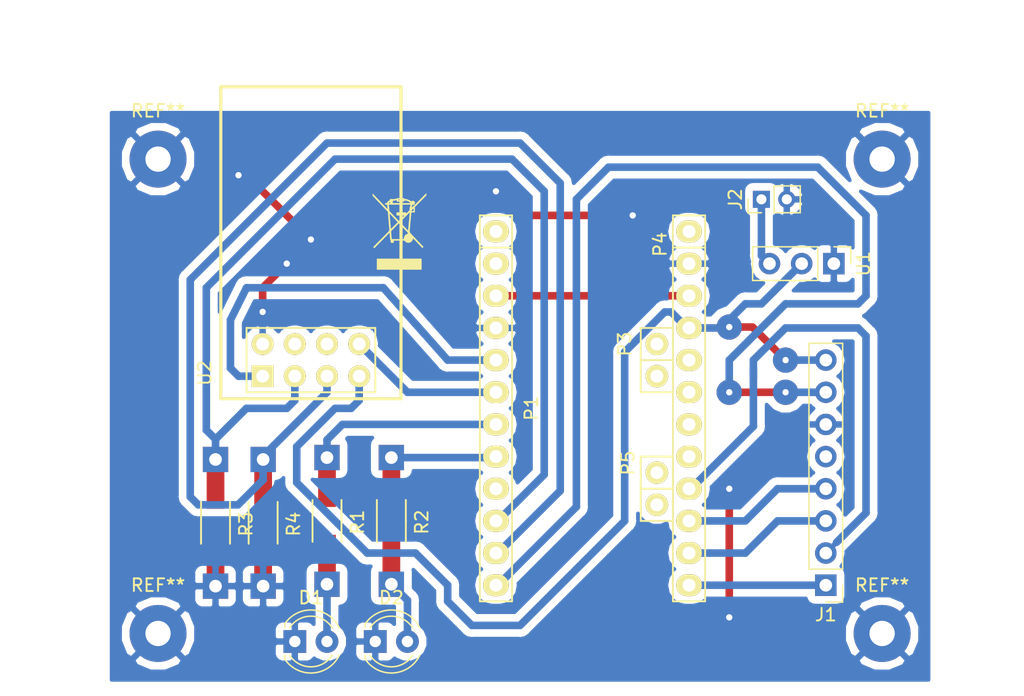
<source format=kicad_pcb>
(kicad_pcb (version 20171130) (host pcbnew 5.0.2+dfsg1-1~bpo9+1)

  (general
    (thickness 1.6)
    (drawings 7)
    (tracks 143)
    (zones 0)
    (modules 19)
    (nets 20)
  )

  (page A4)
  (title_block
    (title "Arduino RFID")
    (date "Feb. 28 2020")
    (rev 1.0)
    (company "Eduardo García")
  )

  (layers
    (0 F.Cu signal)
    (31 B.Cu signal)
    (32 B.Adhes user)
    (33 F.Adhes user)
    (34 B.Paste user)
    (35 F.Paste user)
    (36 B.SilkS user)
    (37 F.SilkS user)
    (38 B.Mask user)
    (39 F.Mask user)
    (40 Dwgs.User user)
    (41 Cmts.User user)
    (42 Eco1.User user)
    (43 Eco2.User user)
    (44 Edge.Cuts user)
    (45 Margin user)
    (46 B.CrtYd user)
    (47 F.CrtYd user)
    (48 B.Fab user)
    (49 F.Fab user)
  )

  (setup
    (last_trace_width 0.6)
    (user_trace_width 0.2)
    (user_trace_width 0.4)
    (user_trace_width 0.6)
    (trace_clearance 0.2)
    (zone_clearance 0.6)
    (zone_45_only no)
    (trace_min 0.2)
    (segment_width 0.15)
    (edge_width 0.1)
    (via_size 1)
    (via_drill 0.4)
    (via_min_size 1)
    (via_min_drill 0.3)
    (uvia_size 0.3)
    (uvia_drill 0.1)
    (uvias_allowed no)
    (uvia_min_size 0.2)
    (uvia_min_drill 0.1)
    (pcb_text_width 0.3)
    (pcb_text_size 1.5 1.5)
    (mod_edge_width 0.15)
    (mod_text_size 1 1)
    (mod_text_width 0.15)
    (pad_size 4.50088 4.50088)
    (pad_drill 1.99898)
    (pad_to_mask_clearance 0)
    (solder_mask_min_width 0.25)
    (aux_axis_origin 110.49 118.745)
    (visible_elements FFFFFFDF)
    (pcbplotparams
      (layerselection 0x00030_80000001)
      (usegerberextensions false)
      (usegerberattributes false)
      (usegerberadvancedattributes false)
      (creategerberjobfile false)
      (excludeedgelayer true)
      (linewidth 0.100000)
      (plotframeref false)
      (viasonmask false)
      (mode 1)
      (useauxorigin false)
      (hpglpennumber 1)
      (hpglpenspeed 20)
      (hpglpendiameter 15.000000)
      (psnegative false)
      (psa4output false)
      (plotreference true)
      (plotvalue true)
      (plotinvisibletext false)
      (padsonsilk false)
      (subtractmaskfromsilk false)
      (outputformat 1)
      (mirror false)
      (drillshape 1)
      (scaleselection 1)
      (outputdirectory ""))
  )

  (net 0 "")
  (net 1 "/1(Tx)")
  (net 2 "/0(Rx)")
  (net 3 /Reset)
  (net 4 GND)
  (net 5 /2)
  (net 6 "/3(**)")
  (net 7 /4)
  (net 8 "/5(**)")
  (net 9 VCC)
  (net 10 "Net-(D1-Pad2)")
  (net 11 "Net-(D2-Pad2)")
  (net 12 "/11(**/MOSI)")
  (net 13 "/12(MISO)")
  (net 14 "/13(SCK)")
  (net 15 "/10(**/SS)")
  (net 16 /7)
  (net 17 /8)
  (net 18 "/9(**)")
  (net 19 +5V)

  (net_class Default "This is the default net class."
    (clearance 0.2)
    (trace_width 0.6)
    (via_dia 1)
    (via_drill 0.4)
    (uvia_dia 0.3)
    (uvia_drill 0.1)
    (add_net +5V)
    (add_net "/0(Rx)")
    (add_net "/1(Tx)")
    (add_net "/10(**/SS)")
    (add_net "/11(**/MOSI)")
    (add_net "/12(MISO)")
    (add_net "/13(SCK)")
    (add_net /2)
    (add_net "/3(**)")
    (add_net /4)
    (add_net "/5(**)")
    (add_net /7)
    (add_net /8)
    (add_net "/9(**)")
    (add_net /Reset)
    (add_net GND)
    (add_net "Net-(D1-Pad2)")
    (add_net "Net-(D2-Pad2)")
    (add_net VCC)
  )

  (module Socket_Strips:Socket_Strip_Straight_1x02_Pitch2.00mm (layer F.Cu) (tedit 58CD544C) (tstamp 5E2E0710)
    (at 66.675 156.21 90)
    (descr "Through hole straight socket strip, 1x02, 2.00mm pitch, single row")
    (tags "Through hole socket strip THT 1x02 2.00mm single row")
    (path /5E0C8223)
    (fp_text reference J2 (at 0 -2.06 90) (layer F.SilkS)
      (effects (font (size 1 1) (thickness 0.15)))
    )
    (fp_text value Conn_01x02_Female_EntradaAlimentacion (at 0 4.06 90) (layer F.Fab)
      (effects (font (size 1 1) (thickness 0.15)))
    )
    (fp_text user %R (at 0 -2.06 90) (layer F.Fab)
      (effects (font (size 1 1) (thickness 0.15)))
    )
    (fp_line (start 1.5 -1.5) (end -1.5 -1.5) (layer F.CrtYd) (width 0.05))
    (fp_line (start 1.5 3.5) (end 1.5 -1.5) (layer F.CrtYd) (width 0.05))
    (fp_line (start -1.5 3.5) (end 1.5 3.5) (layer F.CrtYd) (width 0.05))
    (fp_line (start -1.5 -1.5) (end -1.5 3.5) (layer F.CrtYd) (width 0.05))
    (fp_line (start -1.06 -1.06) (end 0 -1.06) (layer F.SilkS) (width 0.12))
    (fp_line (start -1.06 0) (end -1.06 -1.06) (layer F.SilkS) (width 0.12))
    (fp_line (start 1.06 1) (end -1.06 1) (layer F.SilkS) (width 0.12))
    (fp_line (start 1.06 3.06) (end 1.06 1) (layer F.SilkS) (width 0.12))
    (fp_line (start -1.06 3.06) (end 1.06 3.06) (layer F.SilkS) (width 0.12))
    (fp_line (start -1.06 1) (end -1.06 3.06) (layer F.SilkS) (width 0.12))
    (fp_line (start 1 -1) (end -1 -1) (layer F.Fab) (width 0.1))
    (fp_line (start 1 3) (end 1 -1) (layer F.Fab) (width 0.1))
    (fp_line (start -1 3) (end 1 3) (layer F.Fab) (width 0.1))
    (fp_line (start -1 -1) (end -1 3) (layer F.Fab) (width 0.1))
    (pad 2 thru_hole oval (at 0 2 90) (size 1.35 1.35) (drill 0.8) (layers *.Cu *.Mask)
      (net 4 GND))
    (pad 1 thru_hole rect (at 0 0 90) (size 1.35 1.35) (drill 0.8) (layers *.Cu *.Mask)
      (net 19 +5V))
    (model ${KISYS3DMOD}/Socket_Strips.3dshapes/Socket_Strip_Straight_1x02_Pitch2.00mm.wrl
      (at (xyz 0 0 0))
      (scale (xyz 1 1 1))
      (rotate (xyz 0 0 0))
    )
  )

  (module Resistors_Universal:Resistor_SMD+THTuniversal_1206_RM10_HandSoldering (layer F.Cu) (tedit 0) (tstamp 5E01D099)
    (at 27.344478 181.760688 270)
    (descr "Resistor, SMD+THT, universal, 1206, RM10, HandSoldering,")
    (tags "Resistor, SMD+THT, universal, 1206, RM10, Hand soldering,")
    (path /5E03317E)
    (fp_text reference R4 (at 0.09906 -2.4003 270) (layer F.SilkS)
      (effects (font (size 1 1) (thickness 0.15)))
    )
    (fp_text value 10K (at 2.70002 2.70002 270) (layer F.Fab)
      (effects (font (size 1 1) (thickness 0.15)))
    )
    (fp_line (start 1.651 1.143) (end -1.651 1.143) (layer F.SilkS) (width 0.15))
    (fp_line (start 0 -1.143) (end -1.651 -1.143) (layer F.SilkS) (width 0.15))
    (fp_line (start 0 -1.143) (end 1.651 -1.143) (layer F.SilkS) (width 0.15))
    (pad 1 smd rect (at -2.60096 0 270) (size 2.99974 1.39954) (layers F.Cu F.Paste F.Mask)
      (net 17 /8))
    (pad 2 smd rect (at 2.60096 0 270) (size 2.99974 1.39954) (layers F.Cu F.Paste F.Mask)
      (net 4 GND))
    (pad 1 thru_hole rect (at -5.00126 0 270) (size 1.99898 1.99898) (drill 1.00076) (layers *.Cu *.Mask)
      (net 17 /8))
    (pad 2 thru_hole rect (at 5.00126 0 270) (size 1.99898 1.99898) (drill 1.00076) (layers *.Cu *.Mask)
      (net 4 GND))
  )

  (module Resistors_Universal:Resistor_SMD+THTuniversal_1206_RM10_HandSoldering (layer F.Cu) (tedit 0) (tstamp 5E01D08E)
    (at 23.586477 181.760688 270)
    (descr "Resistor, SMD+THT, universal, 1206, RM10, HandSoldering,")
    (tags "Resistor, SMD+THT, universal, 1206, RM10, Hand soldering,")
    (path /5E02F2AB)
    (fp_text reference R3 (at 0.09906 -2.4003 270) (layer F.SilkS)
      (effects (font (size 1 1) (thickness 0.15)))
    )
    (fp_text value 10K (at 2.70002 2.70002 270) (layer F.Fab)
      (effects (font (size 1 1) (thickness 0.15)))
    )
    (fp_line (start 0 -1.143) (end 1.651 -1.143) (layer F.SilkS) (width 0.15))
    (fp_line (start 0 -1.143) (end -1.651 -1.143) (layer F.SilkS) (width 0.15))
    (fp_line (start 1.651 1.143) (end -1.651 1.143) (layer F.SilkS) (width 0.15))
    (pad 2 thru_hole rect (at 5.00126 0 270) (size 1.99898 1.99898) (drill 1.00076) (layers *.Cu *.Mask)
      (net 4 GND))
    (pad 1 thru_hole rect (at -5.00126 0 270) (size 1.99898 1.99898) (drill 1.00076) (layers *.Cu *.Mask)
      (net 16 /7))
    (pad 2 smd rect (at 2.60096 0 270) (size 2.99974 1.39954) (layers F.Cu F.Paste F.Mask)
      (net 4 GND))
    (pad 1 smd rect (at -2.60096 0 270) (size 2.99974 1.39954) (layers F.Cu F.Paste F.Mask)
      (net 16 /7))
  )

  (module Socket_Strips:Socket_Strip_Straight_1x03_Pitch2.54mm (layer F.Cu) (tedit 58CD5446) (tstamp 5E0C624E)
    (at 72.39 161.29 270)
    (descr "Through hole straight socket strip, 1x03, 2.54mm pitch, single row")
    (tags "Through hole socket strip THT 1x03 2.54mm single row")
    (path /5DFEC081)
    (fp_text reference U1 (at 0 -2.33 270) (layer F.SilkS)
      (effects (font (size 1 1) (thickness 0.15)))
    )
    (fp_text value AMS1117-3.3 (at 0 7.41 270) (layer F.Fab)
      (effects (font (size 1 1) (thickness 0.15)))
    )
    (fp_text user %R (at 0 -2.33 270) (layer F.Fab)
      (effects (font (size 1 1) (thickness 0.15)))
    )
    (fp_line (start 1.8 -1.8) (end -1.8 -1.8) (layer F.CrtYd) (width 0.05))
    (fp_line (start 1.8 6.85) (end 1.8 -1.8) (layer F.CrtYd) (width 0.05))
    (fp_line (start -1.8 6.85) (end 1.8 6.85) (layer F.CrtYd) (width 0.05))
    (fp_line (start -1.8 -1.8) (end -1.8 6.85) (layer F.CrtYd) (width 0.05))
    (fp_line (start -1.33 -1.33) (end 0 -1.33) (layer F.SilkS) (width 0.12))
    (fp_line (start -1.33 0) (end -1.33 -1.33) (layer F.SilkS) (width 0.12))
    (fp_line (start 1.33 1.27) (end -1.33 1.27) (layer F.SilkS) (width 0.12))
    (fp_line (start 1.33 6.41) (end 1.33 1.27) (layer F.SilkS) (width 0.12))
    (fp_line (start -1.33 6.41) (end 1.33 6.41) (layer F.SilkS) (width 0.12))
    (fp_line (start -1.33 1.27) (end -1.33 6.41) (layer F.SilkS) (width 0.12))
    (fp_line (start 1.27 -1.27) (end -1.27 -1.27) (layer F.Fab) (width 0.1))
    (fp_line (start 1.27 6.35) (end 1.27 -1.27) (layer F.Fab) (width 0.1))
    (fp_line (start -1.27 6.35) (end 1.27 6.35) (layer F.Fab) (width 0.1))
    (fp_line (start -1.27 -1.27) (end -1.27 6.35) (layer F.Fab) (width 0.1))
    (pad 3 thru_hole oval (at 0 5.08 270) (size 1.7 1.7) (drill 1) (layers *.Cu *.Mask)
      (net 19 +5V))
    (pad 2 thru_hole oval (at 0 2.54 270) (size 1.7 1.7) (drill 1) (layers *.Cu *.Mask)
      (net 9 VCC))
    (pad 1 thru_hole rect (at 0 0 270) (size 1.7 1.7) (drill 1) (layers *.Cu *.Mask)
      (net 4 GND))
    (model ${KISYS3DMOD}/Socket_Strips.3dshapes/Socket_Strip_Straight_1x03_Pitch2.54mm.wrl
      (offset (xyz 0 -2.539999961853027 0))
      (scale (xyz 1 1 1))
      (rotate (xyz 0 0 270))
    )
  )

  (module Socket_Strips:Socket_Strip_Straight_1x08_Pitch2.54mm (layer F.Cu) (tedit 58CD5446) (tstamp 5E01569B)
    (at 71.755 186.69 180)
    (descr "Through hole straight socket strip, 1x08, 2.54mm pitch, single row")
    (tags "Through hole socket strip THT 1x08 2.54mm single row")
    (path /5DFEC7E6)
    (fp_text reference J1 (at 0 -2.33 180) (layer F.SilkS)
      (effects (font (size 1 1) (thickness 0.15)))
    )
    (fp_text value "Conn_01x08_Female - RFID-RC522" (at 0 20.11 180) (layer F.Fab)
      (effects (font (size 1 1) (thickness 0.15)))
    )
    (fp_text user %R (at 0 -2.33 180) (layer F.Fab)
      (effects (font (size 1 1) (thickness 0.15)))
    )
    (fp_line (start 1.8 -1.8) (end -1.8 -1.8) (layer F.CrtYd) (width 0.05))
    (fp_line (start 1.8 19.55) (end 1.8 -1.8) (layer F.CrtYd) (width 0.05))
    (fp_line (start -1.8 19.55) (end 1.8 19.55) (layer F.CrtYd) (width 0.05))
    (fp_line (start -1.8 -1.8) (end -1.8 19.55) (layer F.CrtYd) (width 0.05))
    (fp_line (start -1.33 -1.33) (end 0 -1.33) (layer F.SilkS) (width 0.12))
    (fp_line (start -1.33 0) (end -1.33 -1.33) (layer F.SilkS) (width 0.12))
    (fp_line (start 1.33 1.27) (end -1.33 1.27) (layer F.SilkS) (width 0.12))
    (fp_line (start 1.33 19.11) (end 1.33 1.27) (layer F.SilkS) (width 0.12))
    (fp_line (start -1.33 19.11) (end 1.33 19.11) (layer F.SilkS) (width 0.12))
    (fp_line (start -1.33 1.27) (end -1.33 19.11) (layer F.SilkS) (width 0.12))
    (fp_line (start 1.27 -1.27) (end -1.27 -1.27) (layer F.Fab) (width 0.1))
    (fp_line (start 1.27 19.05) (end 1.27 -1.27) (layer F.Fab) (width 0.1))
    (fp_line (start -1.27 19.05) (end 1.27 19.05) (layer F.Fab) (width 0.1))
    (fp_line (start -1.27 -1.27) (end -1.27 19.05) (layer F.Fab) (width 0.1))
    (pad 8 thru_hole oval (at 0 17.78 180) (size 1.7 1.7) (drill 1) (layers *.Cu *.Mask)
      (net 9 VCC))
    (pad 7 thru_hole oval (at 0 15.24 180) (size 1.7 1.7) (drill 1) (layers *.Cu *.Mask)
      (net 18 "/9(**)"))
    (pad 6 thru_hole oval (at 0 12.7 180) (size 1.7 1.7) (drill 1) (layers *.Cu *.Mask)
      (net 4 GND))
    (pad 5 thru_hole oval (at 0 10.16 180) (size 1.7 1.7) (drill 1) (layers *.Cu *.Mask))
    (pad 4 thru_hole oval (at 0 7.62 180) (size 1.7 1.7) (drill 1) (layers *.Cu *.Mask)
      (net 13 "/12(MISO)"))
    (pad 3 thru_hole oval (at 0 5.08 180) (size 1.7 1.7) (drill 1) (layers *.Cu *.Mask)
      (net 12 "/11(**/MOSI)"))
    (pad 2 thru_hole oval (at 0 2.54 180) (size 1.7 1.7) (drill 1) (layers *.Cu *.Mask)
      (net 14 "/13(SCK)"))
    (pad 1 thru_hole rect (at 0 0 180) (size 1.7 1.7) (drill 1) (layers *.Cu *.Mask)
      (net 15 "/10(**/SS)"))
    (model ${KISYS3DMOD}/Socket_Strips.3dshapes/Socket_Strip_Straight_1x08_Pitch2.54mm.wrl
      (offset (xyz 0 -8.889999866485596 0))
      (scale (xyz 1 1 1))
      (rotate (xyz 0 0 270))
    )
  )

  (module Socket_Arduino_Pro_Mini:Socket_Strip_Arduino_1x12 (layer F.Cu) (tedit 55216A20) (tstamp 552111CC)
    (at 45.72 158.75 270)
    (descr "Through hole socket strip")
    (tags "socket strip")
    (path /56D754D1)
    (fp_text reference P1 (at 13.97 -2.794 270) (layer F.SilkS)
      (effects (font (size 1 1) (thickness 0.15)))
    )
    (fp_text value Digital (at 18.034 -2.794 270) (layer F.Fab)
      (effects (font (size 1 1) (thickness 0.15)))
    )
    (fp_line (start 1.27 -1.27) (end -1.27 -1.27) (layer F.SilkS) (width 0.15))
    (fp_line (start -1.27 -1.27) (end -1.27 1.27) (layer F.SilkS) (width 0.15))
    (fp_line (start -1.27 1.27) (end 1.27 1.27) (layer F.SilkS) (width 0.15))
    (fp_line (start -1.75 -1.75) (end -1.75 1.75) (layer F.CrtYd) (width 0.05))
    (fp_line (start 29.7 -1.75) (end 29.7 1.75) (layer F.CrtYd) (width 0.05))
    (fp_line (start -1.75 -1.75) (end 29.7 -1.75) (layer F.CrtYd) (width 0.05))
    (fp_line (start -1.75 1.75) (end 29.7 1.75) (layer F.CrtYd) (width 0.05))
    (fp_line (start 1.27 1.27) (end 29.21 1.27) (layer F.SilkS) (width 0.15))
    (fp_line (start 29.21 1.27) (end 29.21 -1.27) (layer F.SilkS) (width 0.15))
    (fp_line (start 29.21 -1.27) (end 1.27 -1.27) (layer F.SilkS) (width 0.15))
    (fp_line (start 1.27 1.27) (end 1.27 -1.27) (layer F.SilkS) (width 0.15))
    (pad 1 thru_hole oval (at 0 0 270) (size 1.7272 2.032) (drill 1.016) (layers *.Cu *.Mask F.SilkS)
      (net 1 "/1(Tx)"))
    (pad 2 thru_hole oval (at 2.54 0 270) (size 1.7272 2.032) (drill 1.016) (layers *.Cu *.Mask F.SilkS)
      (net 2 "/0(Rx)"))
    (pad 3 thru_hole oval (at 5.08 0 270) (size 1.7272 2.032) (drill 1.016) (layers *.Cu *.Mask F.SilkS)
      (net 3 /Reset))
    (pad 4 thru_hole oval (at 7.62 0 270) (size 1.7272 2.032) (drill 1.016) (layers *.Cu *.Mask F.SilkS)
      (net 4 GND))
    (pad 5 thru_hole oval (at 10.16 0 270) (size 1.7272 2.032) (drill 1.016) (layers *.Cu *.Mask F.SilkS)
      (net 5 /2))
    (pad 6 thru_hole oval (at 12.7 0 270) (size 1.7272 2.032) (drill 1.016) (layers *.Cu *.Mask F.SilkS)
      (net 6 "/3(**)"))
    (pad 7 thru_hole oval (at 15.24 0 270) (size 1.7272 2.032) (drill 1.016) (layers *.Cu *.Mask F.SilkS)
      (net 7 /4))
    (pad 8 thru_hole oval (at 17.78 0 270) (size 1.7272 2.032) (drill 1.016) (layers *.Cu *.Mask F.SilkS)
      (net 8 "/5(**)"))
    (pad 9 thru_hole oval (at 20.32 0 270) (size 1.7272 2.032) (drill 1.016) (layers *.Cu *.Mask F.SilkS))
    (pad 10 thru_hole oval (at 22.86 0 270) (size 1.7272 2.032) (drill 1.016) (layers *.Cu *.Mask F.SilkS)
      (net 16 /7))
    (pad 11 thru_hole oval (at 25.4 0 270) (size 1.7272 2.032) (drill 1.016) (layers *.Cu *.Mask F.SilkS)
      (net 17 /8))
    (pad 12 thru_hole oval (at 27.94 0 270) (size 1.7272 2.032) (drill 1.016) (layers *.Cu *.Mask F.SilkS)
      (net 18 "/9(**)"))
    (model ${KIPRJMOD}/Socket_Arduino_Pro_Mini.3dshapes/Socket_header_Arduino_1x12.wrl
      (offset (xyz 13.96999979019165 0 0))
      (scale (xyz 1 1 1))
      (rotate (xyz 0 0 180))
    )
  )

  (module Socket_Arduino_Pro_Mini:Socket_Strip_Arduino_1x02 (layer F.Cu) (tedit 55211235) (tstamp 552111F2)
    (at 58.42 167.64 270)
    (descr "Through hole socket strip")
    (tags "socket strip")
    (path /56D74FB3)
    (fp_text reference P3 (at 0 2.54 270) (layer F.SilkS)
      (effects (font (size 1 1) (thickness 0.15)))
    )
    (fp_text value ADC (at 2.54 2.54 270) (layer F.Fab)
      (effects (font (size 1 1) (thickness 0.15)))
    )
    (fp_line (start 1.27 -1.27) (end -1.27 -1.27) (layer F.SilkS) (width 0.15))
    (fp_line (start -1.27 -1.27) (end -1.27 1.27) (layer F.SilkS) (width 0.15))
    (fp_line (start -1.27 1.27) (end 1.27 1.27) (layer F.SilkS) (width 0.15))
    (fp_line (start 3.81 1.27) (end 1.27 1.27) (layer F.SilkS) (width 0.15))
    (fp_line (start -1.75 -1.75) (end -1.75 1.75) (layer F.CrtYd) (width 0.05))
    (fp_line (start 4.3 -1.75) (end 4.3 1.75) (layer F.CrtYd) (width 0.05))
    (fp_line (start -1.75 -1.75) (end 4.3 -1.75) (layer F.CrtYd) (width 0.05))
    (fp_line (start -1.75 1.75) (end 4.3 1.75) (layer F.CrtYd) (width 0.05))
    (fp_line (start 1.27 1.27) (end 1.27 -1.27) (layer F.SilkS) (width 0.15))
    (fp_line (start 1.27 -1.27) (end 3.81 -1.27) (layer F.SilkS) (width 0.15))
    (fp_line (start 3.81 -1.27) (end 3.81 1.27) (layer F.SilkS) (width 0.15))
    (pad 1 thru_hole circle (at 0 0 270) (size 1.778 1.778) (drill 1.016) (layers *.Cu *.Mask F.SilkS))
    (pad 2 thru_hole circle (at 2.54 0 270) (size 1.778 1.778) (drill 1.016) (layers *.Cu *.Mask F.SilkS))
  )

  (module Socket_Arduino_Pro_Mini:Socket_Strip_Arduino_1x12 (layer F.Cu) (tedit 5521133F) (tstamp 5521120D)
    (at 60.96 158.75 270)
    (descr "Through hole socket strip")
    (tags "socket strip")
    (path /56D755F3)
    (fp_text reference P4 (at 1.016 2.286 270) (layer F.SilkS)
      (effects (font (size 1 1) (thickness 0.15)))
    )
    (fp_text value Analog (at 4.826 2.54 270) (layer F.Fab)
      (effects (font (size 1 1) (thickness 0.15)))
    )
    (fp_line (start 1.27 -1.27) (end -1.27 -1.27) (layer F.SilkS) (width 0.15))
    (fp_line (start -1.27 -1.27) (end -1.27 1.27) (layer F.SilkS) (width 0.15))
    (fp_line (start -1.27 1.27) (end 1.27 1.27) (layer F.SilkS) (width 0.15))
    (fp_line (start -1.75 -1.75) (end -1.75 1.75) (layer F.CrtYd) (width 0.05))
    (fp_line (start 29.7 -1.75) (end 29.7 1.75) (layer F.CrtYd) (width 0.05))
    (fp_line (start -1.75 -1.75) (end 29.7 -1.75) (layer F.CrtYd) (width 0.05))
    (fp_line (start -1.75 1.75) (end 29.7 1.75) (layer F.CrtYd) (width 0.05))
    (fp_line (start 1.27 1.27) (end 29.21 1.27) (layer F.SilkS) (width 0.15))
    (fp_line (start 29.21 1.27) (end 29.21 -1.27) (layer F.SilkS) (width 0.15))
    (fp_line (start 29.21 -1.27) (end 1.27 -1.27) (layer F.SilkS) (width 0.15))
    (fp_line (start 1.27 1.27) (end 1.27 -1.27) (layer F.SilkS) (width 0.15))
    (pad 1 thru_hole oval (at 0 0 270) (size 1.7272 2.032) (drill 1.016) (layers *.Cu *.Mask F.SilkS))
    (pad 2 thru_hole oval (at 2.54 0 270) (size 1.7272 2.032) (drill 1.016) (layers *.Cu *.Mask F.SilkS)
      (net 4 GND))
    (pad 3 thru_hole oval (at 5.08 0 270) (size 1.7272 2.032) (drill 1.016) (layers *.Cu *.Mask F.SilkS)
      (net 3 /Reset))
    (pad 4 thru_hole oval (at 7.62 0 270) (size 1.7272 2.032) (drill 1.016) (layers *.Cu *.Mask F.SilkS)
      (net 9 VCC))
    (pad 5 thru_hole oval (at 10.16 0 270) (size 1.7272 2.032) (drill 1.016) (layers *.Cu *.Mask F.SilkS))
    (pad 6 thru_hole oval (at 12.7 0 270) (size 1.7272 2.032) (drill 1.016) (layers *.Cu *.Mask F.SilkS))
    (pad 7 thru_hole oval (at 15.24 0 270) (size 1.7272 2.032) (drill 1.016) (layers *.Cu *.Mask F.SilkS))
    (pad 8 thru_hole oval (at 17.78 0 270) (size 1.7272 2.032) (drill 1.016) (layers *.Cu *.Mask F.SilkS))
    (pad 9 thru_hole oval (at 20.32 0 270) (size 1.7272 2.032) (drill 1.016) (layers *.Cu *.Mask F.SilkS)
      (net 14 "/13(SCK)"))
    (pad 10 thru_hole oval (at 22.86 0 270) (size 1.7272 2.032) (drill 1.016) (layers *.Cu *.Mask F.SilkS)
      (net 13 "/12(MISO)"))
    (pad 11 thru_hole oval (at 25.4 0 270) (size 1.7272 2.032) (drill 1.016) (layers *.Cu *.Mask F.SilkS)
      (net 12 "/11(**/MOSI)"))
    (pad 12 thru_hole oval (at 27.94 0 270) (size 1.7272 2.032) (drill 1.016) (layers *.Cu *.Mask F.SilkS)
      (net 15 "/10(**/SS)"))
    (model ${KIPRJMOD}/Socket_Arduino_Pro_Mini.3dshapes/Socket_header_Arduino_1x12.wrl
      (offset (xyz 13.96999979019165 0 0))
      (scale (xyz 1 1 1))
      (rotate (xyz 0 0 180))
    )
  )

  (module Socket_Arduino_Pro_Mini:Socket_Strip_Arduino_1x02 (layer F.Cu) (tedit 55211334) (tstamp 55211431)
    (at 58.42 177.8 270)
    (descr "Through hole socket strip")
    (tags "socket strip")
    (path /56D7505C)
    (fp_text reference P5 (at -0.762 2.286 270) (layer F.SilkS)
      (effects (font (size 1 1) (thickness 0.15)))
    )
    (fp_text value ADC (at 2.032 2.286 270) (layer F.Fab)
      (effects (font (size 1 1) (thickness 0.15)))
    )
    (fp_line (start 1.27 -1.27) (end -1.27 -1.27) (layer F.SilkS) (width 0.15))
    (fp_line (start -1.27 -1.27) (end -1.27 1.27) (layer F.SilkS) (width 0.15))
    (fp_line (start -1.27 1.27) (end 1.27 1.27) (layer F.SilkS) (width 0.15))
    (fp_line (start 3.81 1.27) (end 1.27 1.27) (layer F.SilkS) (width 0.15))
    (fp_line (start -1.75 -1.75) (end -1.75 1.75) (layer F.CrtYd) (width 0.05))
    (fp_line (start 4.3 -1.75) (end 4.3 1.75) (layer F.CrtYd) (width 0.05))
    (fp_line (start -1.75 -1.75) (end 4.3 -1.75) (layer F.CrtYd) (width 0.05))
    (fp_line (start -1.75 1.75) (end 4.3 1.75) (layer F.CrtYd) (width 0.05))
    (fp_line (start 1.27 1.27) (end 1.27 -1.27) (layer F.SilkS) (width 0.15))
    (fp_line (start 1.27 -1.27) (end 3.81 -1.27) (layer F.SilkS) (width 0.15))
    (fp_line (start 3.81 -1.27) (end 3.81 1.27) (layer F.SilkS) (width 0.15))
    (pad 1 thru_hole circle (at 0 0 270) (size 1.778 1.778) (drill 1.016) (layers *.Cu *.Mask F.SilkS))
    (pad 2 thru_hole circle (at 2.54 0 270) (size 1.778 1.778) (drill 1.016) (layers *.Cu *.Mask F.SilkS))
  )

  (module LEDs:LED_D4.0mm (layer F.Cu) (tedit 587A3A7B) (tstamp 5DFEBF13)
    (at 29.845 191.135)
    (descr "LED, diameter 4.0mm, 2 pins, http://www.kingbright.com/attachments/file/psearch/000/00/00/L-43GD(Ver.12B).pdf")
    (tags "LED diameter 4.0mm 2 pins")
    (path /5DFF3544)
    (fp_text reference D1 (at 1.27 -3.46) (layer F.SilkS)
      (effects (font (size 1 1) (thickness 0.15)))
    )
    (fp_text value LED (at 1.27 3.46) (layer F.Fab)
      (effects (font (size 1 1) (thickness 0.15)))
    )
    (fp_arc (start 1.27 0) (end -0.73 -1.32665) (angle 292.9) (layer F.Fab) (width 0.1))
    (fp_arc (start 1.27 0) (end -0.79 -1.398749) (angle 120.1) (layer F.SilkS) (width 0.12))
    (fp_arc (start 1.27 0) (end -0.79 1.398749) (angle -120.1) (layer F.SilkS) (width 0.12))
    (fp_arc (start 1.27 0) (end -0.41333 -1.08) (angle 114.6) (layer F.SilkS) (width 0.12))
    (fp_arc (start 1.27 0) (end -0.41333 1.08) (angle -114.6) (layer F.SilkS) (width 0.12))
    (fp_circle (center 1.27 0) (end 3.27 0) (layer F.Fab) (width 0.1))
    (fp_line (start -0.73 -1.32665) (end -0.73 1.32665) (layer F.Fab) (width 0.1))
    (fp_line (start -0.79 -1.399) (end -0.79 -1.08) (layer F.SilkS) (width 0.12))
    (fp_line (start -0.79 1.08) (end -0.79 1.399) (layer F.SilkS) (width 0.12))
    (fp_line (start -1.45 -2.75) (end -1.45 2.75) (layer F.CrtYd) (width 0.05))
    (fp_line (start -1.45 2.75) (end 4 2.75) (layer F.CrtYd) (width 0.05))
    (fp_line (start 4 2.75) (end 4 -2.75) (layer F.CrtYd) (width 0.05))
    (fp_line (start 4 -2.75) (end -1.45 -2.75) (layer F.CrtYd) (width 0.05))
    (pad 1 thru_hole rect (at 0 0) (size 1.8 1.8) (drill 0.9) (layers *.Cu *.Mask)
      (net 4 GND))
    (pad 2 thru_hole circle (at 2.54 0) (size 1.8 1.8) (drill 0.9) (layers *.Cu *.Mask)
      (net 10 "Net-(D1-Pad2)"))
    (model ${KISYS3DMOD}/LEDs.3dshapes/LED_D4.0mm.wrl
      (at (xyz 0 0 0))
      (scale (xyz 0.393701 0.393701 0.393701))
      (rotate (xyz 0 0 0))
    )
  )

  (module LEDs:LED_D4.0mm (layer F.Cu) (tedit 587A3A7B) (tstamp 5DFEBF26)
    (at 36.195 191.135)
    (descr "LED, diameter 4.0mm, 2 pins, http://www.kingbright.com/attachments/file/psearch/000/00/00/L-43GD(Ver.12B).pdf")
    (tags "LED diameter 4.0mm 2 pins")
    (path /5DFF0708)
    (fp_text reference D2 (at 1.27 -3.46) (layer F.SilkS)
      (effects (font (size 1 1) (thickness 0.15)))
    )
    (fp_text value LED (at 1.27 3.46) (layer F.Fab)
      (effects (font (size 1 1) (thickness 0.15)))
    )
    (fp_line (start 4 -2.75) (end -1.45 -2.75) (layer F.CrtYd) (width 0.05))
    (fp_line (start 4 2.75) (end 4 -2.75) (layer F.CrtYd) (width 0.05))
    (fp_line (start -1.45 2.75) (end 4 2.75) (layer F.CrtYd) (width 0.05))
    (fp_line (start -1.45 -2.75) (end -1.45 2.75) (layer F.CrtYd) (width 0.05))
    (fp_line (start -0.79 1.08) (end -0.79 1.399) (layer F.SilkS) (width 0.12))
    (fp_line (start -0.79 -1.399) (end -0.79 -1.08) (layer F.SilkS) (width 0.12))
    (fp_line (start -0.73 -1.32665) (end -0.73 1.32665) (layer F.Fab) (width 0.1))
    (fp_circle (center 1.27 0) (end 3.27 0) (layer F.Fab) (width 0.1))
    (fp_arc (start 1.27 0) (end -0.41333 1.08) (angle -114.6) (layer F.SilkS) (width 0.12))
    (fp_arc (start 1.27 0) (end -0.41333 -1.08) (angle 114.6) (layer F.SilkS) (width 0.12))
    (fp_arc (start 1.27 0) (end -0.79 1.398749) (angle -120.1) (layer F.SilkS) (width 0.12))
    (fp_arc (start 1.27 0) (end -0.79 -1.398749) (angle 120.1) (layer F.SilkS) (width 0.12))
    (fp_arc (start 1.27 0) (end -0.73 -1.32665) (angle 292.9) (layer F.Fab) (width 0.1))
    (pad 2 thru_hole circle (at 2.54 0) (size 1.8 1.8) (drill 0.9) (layers *.Cu *.Mask)
      (net 11 "Net-(D2-Pad2)"))
    (pad 1 thru_hole rect (at 0 0) (size 1.8 1.8) (drill 0.9) (layers *.Cu *.Mask)
      (net 4 GND))
    (model ${KISYS3DMOD}/LEDs.3dshapes/LED_D4.0mm.wrl
      (at (xyz 0 0 0))
      (scale (xyz 0.393701 0.393701 0.393701))
      (rotate (xyz 0 0 0))
    )
  )

  (module Resistors_Universal:Resistor_SMD+THTuniversal_1206_RM10_HandSoldering (layer F.Cu) (tedit 0) (tstamp 5DFEBF31)
    (at 32.385 181.61 270)
    (descr "Resistor, SMD+THT, universal, 1206, RM10, HandSoldering,")
    (tags "Resistor, SMD+THT, universal, 1206, RM10, Hand soldering,")
    (path /5DFF603D)
    (fp_text reference R1 (at 0.09906 -2.4003 270) (layer F.SilkS)
      (effects (font (size 1 1) (thickness 0.15)))
    )
    (fp_text value R (at 2.70002 2.70002 270) (layer F.Fab)
      (effects (font (size 1 1) (thickness 0.15)))
    )
    (fp_line (start 0 -1.143) (end 1.651 -1.143) (layer F.SilkS) (width 0.15))
    (fp_line (start 0 -1.143) (end -1.651 -1.143) (layer F.SilkS) (width 0.15))
    (fp_line (start 1.651 1.143) (end -1.651 1.143) (layer F.SilkS) (width 0.15))
    (pad 2 thru_hole rect (at 5.00126 0 270) (size 1.99898 1.99898) (drill 1.00076) (layers *.Cu *.Mask)
      (net 10 "Net-(D1-Pad2)"))
    (pad 1 thru_hole rect (at -5.00126 0 270) (size 1.99898 1.99898) (drill 1.00076) (layers *.Cu *.Mask)
      (net 7 /4))
    (pad 2 smd rect (at 2.60096 0 270) (size 2.99974 1.39954) (layers F.Cu F.Paste F.Mask)
      (net 10 "Net-(D1-Pad2)"))
    (pad 1 smd rect (at -2.60096 0 270) (size 2.99974 1.39954) (layers F.Cu F.Paste F.Mask)
      (net 7 /4))
  )

  (module Resistors_Universal:Resistor_SMD+THTuniversal_1206_RM10_HandSoldering (layer F.Cu) (tedit 0) (tstamp 5DFEBF3C)
    (at 37.465 181.61 270)
    (descr "Resistor, SMD+THT, universal, 1206, RM10, HandSoldering,")
    (tags "Resistor, SMD+THT, universal, 1206, RM10, Hand soldering,")
    (path /5DFF6098)
    (fp_text reference R2 (at 0.09906 -2.4003 270) (layer F.SilkS)
      (effects (font (size 1 1) (thickness 0.15)))
    )
    (fp_text value R (at 2.70002 2.70002 270) (layer F.Fab)
      (effects (font (size 1 1) (thickness 0.15)))
    )
    (fp_line (start 1.651 1.143) (end -1.651 1.143) (layer F.SilkS) (width 0.15))
    (fp_line (start 0 -1.143) (end -1.651 -1.143) (layer F.SilkS) (width 0.15))
    (fp_line (start 0 -1.143) (end 1.651 -1.143) (layer F.SilkS) (width 0.15))
    (pad 1 smd rect (at -2.60096 0 270) (size 2.99974 1.39954) (layers F.Cu F.Paste F.Mask)
      (net 8 "/5(**)"))
    (pad 2 smd rect (at 2.60096 0 270) (size 2.99974 1.39954) (layers F.Cu F.Paste F.Mask)
      (net 11 "Net-(D2-Pad2)"))
    (pad 1 thru_hole rect (at -5.00126 0 270) (size 1.99898 1.99898) (drill 1.00076) (layers *.Cu *.Mask)
      (net 8 "/5(**)"))
    (pad 2 thru_hole rect (at 5.00126 0 270) (size 1.99898 1.99898) (drill 1.00076) (layers *.Cu *.Mask)
      (net 11 "Net-(D2-Pad2)"))
  )

  (module Socket_Arduino_Pro_Mini:ESP-01 (layer F.Cu) (tedit 577EF889) (tstamp 5DFEBF5A)
    (at 27.305 170.18 90)
    (descr "Module, ESP-8266, ESP-01, 8 pin")
    (tags "Module ESP-8266 ESP8266")
    (path /5DFED476)
    (fp_text reference U2 (at 0.254 -4.572 90) (layer F.SilkS)
      (effects (font (size 1 1) (thickness 0.15)))
    )
    (fp_text value ESP-01v090 (at 12.192 3.556 90) (layer F.Fab)
      (effects (font (size 1 1) (thickness 0.15)))
    )
    (fp_line (start 3.81 -1.27) (end 1.27 -1.27) (layer F.SilkS) (width 0.1524))
    (fp_line (start 3.81 8.89) (end 3.81 -1.27) (layer F.SilkS) (width 0.1524))
    (fp_line (start -1.27 8.89) (end 3.81 8.89) (layer F.SilkS) (width 0.1524))
    (fp_line (start -1.27 1.27) (end -1.27 8.89) (layer F.SilkS) (width 0.1524))
    (fp_line (start -1.75 9.4) (end 4.3 9.4) (layer F.CrtYd) (width 0.05))
    (fp_line (start -1.75 -1.75) (end 4.3 -1.75) (layer F.CrtYd) (width 0.05))
    (fp_line (start 4.3 -1.75) (end 4.3 9.4) (layer F.CrtYd) (width 0.05))
    (fp_line (start -1.75 -1.75) (end -1.75 9.4) (layer F.CrtYd) (width 0.05))
    (fp_line (start -1.27 -1.27) (end -1.27 1.27) (layer F.SilkS) (width 0.1524))
    (fp_line (start 1.27 -1.27) (end -1.27 -1.27) (layer F.SilkS) (width 0.1524))
    (fp_line (start -1.778 10.922) (end -1.778 -3.302) (layer F.Fab) (width 0.05))
    (fp_line (start 22.86 10.922) (end -1.778 10.922) (layer F.Fab) (width 0.05))
    (fp_line (start 22.86 -3.302) (end 22.86 10.922) (layer F.Fab) (width 0.05))
    (fp_line (start -1.778 -3.302) (end 22.86 -3.302) (layer F.Fab) (width 0.05))
    (fp_line (start -1.778 10.922) (end -1.778 -3.302) (layer F.SilkS) (width 0.254))
    (fp_line (start 22.86 10.922) (end -1.778 10.922) (layer F.SilkS) (width 0.254))
    (fp_line (start 22.86 -3.302) (end 22.86 10.922) (layer F.SilkS) (width 0.254))
    (fp_line (start -1.778 -3.302) (end 22.86 -3.302) (layer F.SilkS) (width 0.254))
    (pad 8 thru_hole oval (at 2.54 7.62 90) (size 1.7272 1.7272) (drill 1.016) (layers *.Cu *.Mask F.SilkS)
      (net 6 "/3(**)"))
    (pad 7 thru_hole oval (at 0 7.62 90) (size 1.7272 1.7272) (drill 1.016) (layers *.Cu *.Mask F.SilkS)
      (net 9 VCC))
    (pad 6 thru_hole oval (at 2.54 5.08 90) (size 1.7272 1.7272) (drill 1.016) (layers *.Cu *.Mask F.SilkS))
    (pad 5 thru_hole oval (at 0 5.08 90) (size 1.7272 1.7272) (drill 1.016) (layers *.Cu *.Mask F.SilkS)
      (net 17 /8))
    (pad 4 thru_hole oval (at 2.54 2.54 90) (size 1.7272 1.7272) (drill 1.016) (layers *.Cu *.Mask F.SilkS))
    (pad 3 thru_hole oval (at 0 2.54 90) (size 1.7272 1.7272) (drill 1.016) (layers *.Cu *.Mask F.SilkS)
      (net 16 /7))
    (pad 2 thru_hole oval (at 2.54 0 90) (size 1.7272 1.7272) (drill 1.016) (layers *.Cu *.Mask F.SilkS)
      (net 4 GND))
    (pad 1 thru_hole rect (at 0 0 90) (size 1.7272 1.7272) (drill 1.016) (layers *.Cu *.Mask F.SilkS)
      (net 5 /2))
  )

  (module Wire_Pads:SolderWirePad_single_2mmDrill (layer F.Cu) (tedit 5E2D526E) (tstamp 5E2D5827)
    (at 19.05 153.035)
    (fp_text reference REF** (at 0 -3.81) (layer F.SilkS)
      (effects (font (size 1 1) (thickness 0.15)))
    )
    (fp_text value SolderWirePad_single_2mmDrill (at -0.635 3.81) (layer F.Fab)
      (effects (font (size 1 1) (thickness 0.15)))
    )
    (pad 1 thru_hole circle (at 0 0) (size 4.50088 4.50088) (drill 1.99898) (layers *.Cu *.Mask)
      (net 4 GND))
  )

  (module Wire_Pads:SolderWirePad_single_2mmDrill (layer F.Cu) (tedit 5E2D5278) (tstamp 5E2D5831)
    (at 19.05 190.5)
    (fp_text reference REF** (at 0 -3.81) (layer F.SilkS)
      (effects (font (size 1 1) (thickness 0.15)))
    )
    (fp_text value SolderWirePad_single_2mmDrill (at -0.635 3.81) (layer F.Fab)
      (effects (font (size 1 1) (thickness 0.15)))
    )
    (pad 1 thru_hole circle (at 0 0) (size 4.50088 4.50088) (drill 1.99898) (layers *.Cu *.Mask)
      (net 4 GND))
  )

  (module Wire_Pads:SolderWirePad_single_2mmDrill (layer F.Cu) (tedit 5E2D50E9) (tstamp 5E2D588F)
    (at 76.2 153.035)
    (fp_text reference REF** (at 0 -3.81) (layer F.SilkS)
      (effects (font (size 1 1) (thickness 0.15)))
    )
    (fp_text value SolderWirePad_single_2mmDrill (at -0.635 3.81) (layer F.Fab)
      (effects (font (size 1 1) (thickness 0.15)))
    )
    (pad 1 thru_hole circle (at 0 0) (size 4.50088 4.50088) (drill 1.99898) (layers *.Cu *.Mask)
      (net 4 GND))
  )

  (module Wire_Pads:SolderWirePad_single_2mmDrill (layer F.Cu) (tedit 5E2D51F8) (tstamp 5E2D58B7)
    (at 76.2 190.5)
    (fp_text reference REF** (at 0 -3.81) (layer F.SilkS)
      (effects (font (size 1 1) (thickness 0.15)))
    )
    (fp_text value SolderWirePad_single_2mmDrill (at -0.635 3.81) (layer F.Fab)
      (effects (font (size 1 1) (thickness 0.15)))
    )
    (pad 1 thru_hole circle (at 0 0) (size 4.50088 4.50088) (drill 1.99898) (layers *.Cu *.Mask)
      (net 4 GND))
  )

  (module Symbols:WEEE-Logo_4.2x6mm_SilkScreen (layer F.Cu) (tedit 0) (tstamp 5E2D5C76)
    (at 38.1 158.75)
    (descr "Waste Electrical and Electronic Equipment Directive")
    (tags "Logo WEEE")
    (attr virtual)
    (fp_text reference REF*** (at 0 0) (layer F.SilkS) hide
      (effects (font (size 1 1) (thickness 0.15)))
    )
    (fp_text value WEEE-Logo_4.2x6mm_SilkScreen (at 0.75 0) (layer F.Fab) hide
      (effects (font (size 1 1) (thickness 0.15)))
    )
    (fp_poly (pts (xy 1.747822 3.017822) (xy -1.772971 3.017822) (xy -1.772971 2.150198) (xy 1.747822 2.150198)
      (xy 1.747822 3.017822)) (layer F.SilkS) (width 0.01))
    (fp_poly (pts (xy 2.12443 -2.935152) (xy 2.123811 -2.848069) (xy 1.672086 -2.389109) (xy 1.220361 -1.930148)
      (xy 1.220032 -1.719529) (xy 1.219703 -1.508911) (xy 0.94461 -1.508911) (xy 0.937522 -1.45547)
      (xy 0.934838 -1.431112) (xy 0.930313 -1.385241) (xy 0.924191 -1.320595) (xy 0.916712 -1.239909)
      (xy 0.908119 -1.145919) (xy 0.898654 -1.041363) (xy 0.888558 -0.928975) (xy 0.878074 -0.811493)
      (xy 0.867444 -0.691652) (xy 0.856909 -0.572189) (xy 0.846713 -0.455841) (xy 0.837095 -0.345343)
      (xy 0.8283 -0.243431) (xy 0.820568 -0.152842) (xy 0.814142 -0.076313) (xy 0.809263 -0.016579)
      (xy 0.806175 0.023624) (xy 0.805117 0.041559) (xy 0.805118 0.041644) (xy 0.812827 0.056035)
      (xy 0.835981 0.085748) (xy 0.874895 0.131131) (xy 0.929884 0.192529) (xy 1.001264 0.270288)
      (xy 1.089349 0.364754) (xy 1.194454 0.476272) (xy 1.316895 0.605188) (xy 1.35131 0.641287)
      (xy 1.897137 1.213416) (xy 1.808881 1.301436) (xy 1.737485 1.223758) (xy 1.711366 1.195686)
      (xy 1.670566 1.152274) (xy 1.617777 1.096366) (xy 1.555691 1.030808) (xy 1.487 0.958441)
      (xy 1.414396 0.882112) (xy 1.37096 0.836524) (xy 1.289416 0.751119) (xy 1.223504 0.68271)
      (xy 1.171544 0.630053) (xy 1.131855 0.591905) (xy 1.102757 0.56702) (xy 1.082569 0.554156)
      (xy 1.06961 0.552068) (xy 1.0622 0.559513) (xy 1.058658 0.575246) (xy 1.057303 0.598023)
      (xy 1.057121 0.604239) (xy 1.047703 0.647061) (xy 1.024497 0.698819) (xy 0.992136 0.751328)
      (xy 0.955252 0.796403) (xy 0.940493 0.810328) (xy 0.864767 0.859047) (xy 0.776308 0.886306)
      (xy 0.6981 0.892773) (xy 0.609468 0.880576) (xy 0.527612 0.844813) (xy 0.455164 0.786722)
      (xy 0.441797 0.772262) (xy 0.392918 0.716733) (xy -0.452674 0.716733) (xy -0.452674 0.892773)
      (xy -0.67901 0.892773) (xy -0.67901 0.810531) (xy -0.68185 0.754386) (xy -0.691393 0.715416)
      (xy -0.702991 0.694219) (xy -0.711277 0.679052) (xy -0.718373 0.657062) (xy -0.724748 0.624987)
      (xy -0.730872 0.579569) (xy -0.737216 0.517548) (xy -0.74425 0.435662) (xy -0.749066 0.374746)
      (xy -0.771161 0.089343) (xy -1.313565 0.638805) (xy -1.411637 0.738228) (xy -1.505784 0.833815)
      (xy -1.594285 0.92381) (xy -1.67542 1.006457) (xy -1.747469 1.080001) (xy -1.808712 1.142684)
      (xy -1.857427 1.192752) (xy -1.891896 1.228448) (xy -1.910379 1.247995) (xy -1.940743 1.278944)
      (xy -1.966071 1.30053) (xy -1.979695 1.307723) (xy -1.997095 1.299297) (xy -2.02246 1.278245)
      (xy -2.031058 1.269671) (xy -2.067514 1.23162) (xy -1.866802 1.027658) (xy -1.815596 0.975699)
      (xy -1.749569 0.90882) (xy -1.671618 0.82995) (xy -1.584638 0.742014) (xy -1.491526 0.647941)
      (xy -1.395179 0.550658) (xy -1.298492 0.453093) (xy -1.229134 0.383145) (xy -1.123703 0.27655)
      (xy -1.035129 0.186307) (xy -0.962281 0.111192) (xy -0.904023 0.049986) (xy -0.859225 0.001466)
      (xy -0.837021 -0.023871) (xy -0.658724 -0.023871) (xy -0.636401 0.261555) (xy -0.629669 0.345219)
      (xy -0.623157 0.421727) (xy -0.617234 0.487081) (xy -0.612268 0.537281) (xy -0.608629 0.568329)
      (xy -0.607458 0.575273) (xy -0.600838 0.603565) (xy 0.348636 0.603565) (xy 0.354974 0.524606)
      (xy 0.37411 0.431315) (xy 0.414154 0.348791) (xy 0.472582 0.280038) (xy 0.546871 0.228063)
      (xy 0.630252 0.196863) (xy 0.657302 0.182228) (xy 0.670844 0.150819) (xy 0.671128 0.149434)
      (xy 0.672753 0.136174) (xy 0.670744 0.122595) (xy 0.663142 0.106181) (xy 0.647984 0.084411)
      (xy 0.623312 0.054767) (xy 0.587164 0.014732) (xy 0.53758 -0.038215) (xy 0.472599 -0.106591)
      (xy 0.468401 -0.110995) (xy 0.398507 -0.184389) (xy 0.3242 -0.262563) (xy 0.250586 -0.340136)
      (xy 0.182771 -0.411725) (xy 0.12586 -0.471949) (xy 0.113168 -0.485413) (xy 0.064513 -0.53618)
      (xy 0.021291 -0.579625) (xy -0.013395 -0.612759) (xy -0.036444 -0.632595) (xy -0.044182 -0.636954)
      (xy -0.055722 -0.62783) (xy -0.08271 -0.6028) (xy -0.123021 -0.563948) (xy -0.174529 -0.513357)
      (xy -0.235109 -0.453112) (xy -0.302636 -0.385296) (xy -0.357826 -0.329435) (xy -0.658724 -0.023871)
      (xy -0.837021 -0.023871) (xy -0.826751 -0.035589) (xy -0.805471 -0.062401) (xy -0.794251 -0.080192)
      (xy -0.791754 -0.08843) (xy -0.7927 -0.10641) (xy -0.795573 -0.147108) (xy -0.800187 -0.208181)
      (xy -0.806358 -0.287287) (xy -0.813898 -0.382086) (xy -0.822621 -0.490233) (xy -0.832343 -0.609388)
      (xy -0.842876 -0.737209) (xy -0.851365 -0.839365) (xy -0.899396 -1.415326) (xy -0.775805 -1.415326)
      (xy -0.775273 -1.402896) (xy -0.772769 -1.36789) (xy -0.768496 -1.312785) (xy -0.762653 -1.240057)
      (xy -0.755443 -1.152186) (xy -0.747066 -1.051649) (xy -0.737723 -0.940923) (xy -0.728758 -0.835795)
      (xy -0.718602 -0.716517) (xy -0.709142 -0.60392) (xy -0.700596 -0.500695) (xy -0.693179 -0.409527)
      (xy -0.687108 -0.333105) (xy -0.682601 -0.274117) (xy -0.679873 -0.235251) (xy -0.679116 -0.220156)
      (xy -0.677935 -0.210762) (xy -0.673256 -0.207034) (xy -0.663276 -0.210529) (xy -0.64619 -0.222801)
      (xy -0.620196 -0.245406) (xy -0.58349 -0.2799) (xy -0.534267 -0.327838) (xy -0.470726 -0.390776)
      (xy -0.403305 -0.458032) (xy -0.127601 -0.733523) (xy -0.129533 -0.735594) (xy 0.05271 -0.735594)
      (xy 0.061016 -0.72422) (xy 0.084267 -0.697437) (xy 0.120135 -0.657708) (xy 0.166287 -0.607493)
      (xy 0.220394 -0.549254) (xy 0.280126 -0.485453) (xy 0.343152 -0.418551) (xy 0.407142 -0.35101)
      (xy 0.469764 -0.28529) (xy 0.52869 -0.223854) (xy 0.581588 -0.169163) (xy 0.626128 -0.123678)
      (xy 0.65998 -0.089862) (xy 0.680812 -0.070174) (xy 0.686494 -0.066163) (xy 0.688366 -0.079109)
      (xy 0.692254 -0.114866) (xy 0.697943 -0.171196) (xy 0.705219 -0.24586) (xy 0.713869 -0.33662)
      (xy 0.723678 -0.441238) (xy 0.734434 -0.557474) (xy 0.745921 -0.683092) (xy 0.755093 -0.784382)
      (xy 0.766826 -0.915721) (xy 0.777665 -1.039448) (xy 0.78743 -1.153319) (xy 0.795937 -1.255089)
      (xy 0.803005 -1.342513) (xy 0.808451 -1.413347) (xy 0.812092 -1.465347) (xy 0.813747 -1.496268)
      (xy 0.813558 -1.504297) (xy 0.803666 -1.497146) (xy 0.778476 -1.474159) (xy 0.74019 -1.437561)
      (xy 0.691011 -1.389578) (xy 0.633139 -1.332434) (xy 0.568778 -1.268353) (xy 0.500129 -1.199562)
      (xy 0.429395 -1.128284) (xy 0.358778 -1.056745) (xy 0.29048 -0.98717) (xy 0.226704 -0.921783)
      (xy 0.16965 -0.862809) (xy 0.121522 -0.812473) (xy 0.084522 -0.773001) (xy 0.060852 -0.746617)
      (xy 0.05271 -0.735594) (xy -0.129533 -0.735594) (xy -0.230409 -0.843705) (xy -0.282768 -0.899623)
      (xy -0.341535 -0.962052) (xy -0.404385 -1.028557) (xy -0.468995 -1.096702) (xy -0.533042 -1.164052)
      (xy -0.594203 -1.228172) (xy -0.650153 -1.286628) (xy -0.69857 -1.336982) (xy -0.73713 -1.376802)
      (xy -0.763509 -1.40365) (xy -0.775384 -1.415092) (xy -0.775805 -1.415326) (xy -0.899396 -1.415326)
      (xy -0.911401 -1.559274) (xy -1.511938 -2.190842) (xy -2.112475 -2.822411) (xy -2.112034 -2.910685)
      (xy -2.111592 -2.99896) (xy -2.014583 -2.895334) (xy -1.960291 -2.837537) (xy -1.896192 -2.769632)
      (xy -1.824016 -2.693428) (xy -1.745492 -2.610731) (xy -1.662349 -2.523347) (xy -1.576319 -2.433085)
      (xy -1.48913 -2.34175) (xy -1.402513 -2.251151) (xy -1.318197 -2.163093) (xy -1.237912 -2.079385)
      (xy -1.163387 -2.001833) (xy -1.096354 -1.932243) (xy -1.038541 -1.872424) (xy -0.991679 -1.824182)
      (xy -0.957496 -1.789324) (xy -0.937724 -1.769657) (xy -0.93339 -1.765884) (xy -0.933092 -1.779008)
      (xy -0.934731 -1.812611) (xy -0.938023 -1.86212) (xy -0.942682 -1.922963) (xy -0.944682 -1.947268)
      (xy -0.959577 -2.125049) (xy -0.842955 -2.125049) (xy -0.836934 -2.096757) (xy -0.833863 -2.074382)
      (xy -0.829548 -2.032283) (xy -0.824488 -1.975822) (xy -0.819181 -1.910365) (xy -0.817344 -1.886138)
      (xy -0.811927 -1.816579) (xy -0.806459 -1.751982) (xy -0.801488 -1.698452) (xy -0.797561 -1.66209)
      (xy -0.796675 -1.655491) (xy -0.793334 -1.641944) (xy -0.786101 -1.626086) (xy -0.77344 -1.606139)
      (xy -0.753811 -1.580327) (xy -0.725678 -1.546871) (xy -0.687502 -1.503993) (xy -0.637746 -1.449917)
      (xy -0.574871 -1.382864) (xy -0.497341 -1.301057) (xy -0.418251 -1.21805) (xy -0.339564 -1.135906)
      (xy -0.266112 -1.059831) (xy -0.199724 -0.991675) (xy -0.142227 -0.933288) (xy -0.095451 -0.886519)
      (xy -0.061224 -0.853218) (xy -0.041373 -0.835233) (xy -0.03714 -0.832558) (xy -0.026003 -0.842259)
      (xy 0.000029 -0.867559) (xy 0.03843 -0.905918) (xy 0.086672 -0.9548) (xy 0.14223 -1.011666)
      (xy 0.182408 -1.053094) (xy 0.392169 -1.27) (xy -0.226337 -1.27) (xy -0.226337 -1.508911)
      (xy 0.528119 -1.508911) (xy 0.528119 -1.402458) (xy 0.666435 -1.540346) (xy 0.764553 -1.63816)
      (xy 0.955643 -1.63816) (xy 0.957471 -1.62273) (xy 0.966723 -1.614133) (xy 0.98905 -1.610387)
      (xy 1.030105 -1.609511) (xy 1.037376 -1.609505) (xy 1.119109 -1.609505) (xy 1.119109 -1.828828)
      (xy 1.037376 -1.747821) (xy 0.99127 -1.698572) (xy 0.963694 -1.660841) (xy 0.955643 -1.63816)
      (xy 0.764553 -1.63816) (xy 0.804752 -1.678234) (xy 0.804752 -1.801048) (xy 0.805137 -1.85755)
      (xy 0.8069 -1.893495) (xy 0.81095 -1.91347) (xy 0.818199 -1.922063) (xy 0.82913 -1.923861)
      (xy 0.841288 -1.926502) (xy 0.850273 -1.937088) (xy 0.857174 -1.959619) (xy 0.863076 -1.998091)
      (xy 0.869065 -2.056502) (xy 0.870987 -2.077896) (xy 0.875148 -2.125049) (xy -0.842955 -2.125049)
      (xy -0.959577 -2.125049) (xy -1.119109 -2.125049) (xy -1.119109 -2.238218) (xy -1.051314 -2.238218)
      (xy -1.011662 -2.239304) (xy -0.990116 -2.244546) (xy -0.98748 -2.247666) (xy -0.848616 -2.247666)
      (xy -0.841308 -2.240538) (xy -0.815993 -2.238338) (xy -0.798908 -2.238218) (xy -0.741881 -2.238218)
      (xy -0.529221 -2.238218) (xy 0.885302 -2.238218) (xy 0.837458 -2.287214) (xy 0.76315 -2.347676)
      (xy 0.671184 -2.394309) (xy 0.560002 -2.427751) (xy 0.449529 -2.446247) (xy 0.377227 -2.454878)
      (xy 0.377227 -2.36396) (xy -0.201188 -2.36396) (xy -0.201188 -2.467107) (xy -0.286065 -2.458504)
      (xy -0.345368 -2.451244) (xy -0.408551 -2.441621) (xy -0.446386 -2.434748) (xy -0.521832 -2.419593)
      (xy -0.525526 -2.328905) (xy -0.529221 -2.238218) (xy -0.741881 -2.238218) (xy -0.741881 -2.288515)
      (xy -0.743544 -2.320024) (xy -0.747697 -2.337537) (xy -0.749371 -2.338812) (xy -0.767987 -2.330746)
      (xy -0.795183 -2.31118) (xy -0.822448 -2.287056) (xy -0.841267 -2.265318) (xy -0.842943 -2.262492)
      (xy -0.848616 -2.247666) (xy -0.98748 -2.247666) (xy -0.979662 -2.256919) (xy -0.975442 -2.270396)
      (xy -0.958219 -2.305373) (xy -0.925138 -2.347421) (xy -0.881893 -2.390644) (xy -0.834174 -2.429146)
      (xy -0.80283 -2.449199) (xy -0.767123 -2.471149) (xy -0.748819 -2.489589) (xy -0.742388 -2.511332)
      (xy -0.741894 -2.524282) (xy -0.741894 -2.527425) (xy -0.100594 -2.527425) (xy -0.100594 -2.464554)
      (xy 0.276633 -2.464554) (xy 0.276633 -2.527425) (xy -0.100594 -2.527425) (xy -0.741894 -2.527425)
      (xy -0.741881 -2.565148) (xy -0.636048 -2.565148) (xy -0.587355 -2.563971) (xy -0.549405 -2.560835)
      (xy -0.528308 -2.556329) (xy -0.526023 -2.554505) (xy -0.512641 -2.551705) (xy -0.480074 -2.552852)
      (xy -0.433916 -2.557607) (xy -0.402376 -2.561997) (xy -0.345188 -2.570622) (xy -0.292886 -2.578409)
      (xy -0.253582 -2.584153) (xy -0.242055 -2.585785) (xy -0.211937 -2.595112) (xy -0.201188 -2.609728)
      (xy -0.19792 -2.61568) (xy -0.18623 -2.620222) (xy -0.163288 -2.62353) (xy -0.126265 -2.625785)
      (xy -0.072332 -2.627166) (xy 0.00134 -2.62785) (xy 0.08802 -2.62802) (xy 0.180529 -2.627923)
      (xy 0.250906 -2.62747) (xy 0.302164 -2.62641) (xy 0.33732 -2.624497) (xy 0.359389 -2.621481)
      (xy 0.371385 -2.617115) (xy 0.376324 -2.611151) (xy 0.377227 -2.604216) (xy 0.384921 -2.582205)
      (xy 0.410121 -2.569679) (xy 0.456009 -2.565212) (xy 0.464264 -2.565148) (xy 0.541973 -2.557132)
      (xy 0.630233 -2.535064) (xy 0.721085 -2.501916) (xy 0.80657 -2.460661) (xy 0.878726 -2.414269)
      (xy 0.888072 -2.406918) (xy 0.918533 -2.383002) (xy 0.936572 -2.373424) (xy 0.949169 -2.37652)
      (xy 0.9621 -2.389296) (xy 1.000293 -2.414322) (xy 1.049998 -2.423929) (xy 1.103524 -2.418933)
      (xy 1.153178 -2.400149) (xy 1.191267 -2.368394) (xy 1.194025 -2.364703) (xy 1.222526 -2.305425)
      (xy 1.227828 -2.244066) (xy 1.210518 -2.185573) (xy 1.17118 -2.134896) (xy 1.16637 -2.130711)
      (xy 1.13844 -2.110833) (xy 1.110102 -2.102079) (xy 1.070263 -2.101447) (xy 1.060311 -2.102008)
      (xy 1.021332 -2.103438) (xy 1.001254 -2.100161) (xy 0.993985 -2.090272) (xy 0.99324 -2.081039)
      (xy 0.991716 -2.054256) (xy 0.987935 -2.013975) (xy 0.985218 -1.989876) (xy 0.981277 -1.951599)
      (xy 0.982916 -1.932004) (xy 0.992421 -1.924842) (xy 1.009351 -1.923861) (xy 1.019392 -1.927099)
      (xy 1.03559 -1.93758) (xy 1.059145 -1.956452) (xy 1.091257 -1.984865) (xy 1.133128 -2.023965)
      (xy 1.185957 -2.074903) (xy 1.250945 -2.138827) (xy 1.329291 -2.216886) (xy 1.422197 -2.310228)
      (xy 1.530863 -2.420002) (xy 1.583231 -2.473048) (xy 2.125049 -3.022233) (xy 2.12443 -2.935152)) (layer F.SilkS) (width 0.01))
  )

  (gr_text 1 (at 43.815 158.877) (layer Dwgs.User)
    (effects (font (size 1.5 1.5) (thickness 0.3)))
  )
  (gr_line (start 50.8 186.69) (end 50.8 181.61) (angle 90) (layer Dwgs.User) (width 0.15))
  (gr_line (start 55.88 186.69) (end 50.8 186.69) (angle 90) (layer Dwgs.User) (width 0.15))
  (gr_line (start 55.88 181.61) (end 55.88 186.69) (angle 90) (layer Dwgs.User) (width 0.15))
  (gr_line (start 50.8 181.61) (end 55.88 181.61) (angle 90) (layer Dwgs.User) (width 0.15))
  (gr_circle (center 53.34 184.15) (end 52.07 184.15) (layer Dwgs.User) (width 0.15))
  (gr_line (start 46.99 187.96) (end 44.45 187.96) (angle 90) (layer Dwgs.User) (width 0.2))

  (segment (start 59.344 163.83) (end 45.72 163.83) (width 0.6) (layer F.Cu) (net 3))
  (segment (start 60.96 163.83) (end 59.344 163.83) (width 0.6) (layer F.Cu) (net 3))
  (via (at 29.21 161.29) (size 2) (drill 0.5) (layers F.Cu B.Cu) (net 4))
  (via (at 27.305 165.1) (size 2) (drill 0.5) (layers F.Cu B.Cu) (net 4))
  (segment (start 27.305 163.195) (end 29.21 161.29) (width 0.6) (layer F.Cu) (net 4))
  (segment (start 27.305 165.1) (end 27.305 163.195) (width 0.6) (layer F.Cu) (net 4))
  (via (at 31.115 159.385) (size 2) (drill 0.5) (layers F.Cu B.Cu) (net 4))
  (via (at 25.4 154.305) (size 2) (drill 0.5) (layers F.Cu B.Cu) (net 4))
  (segment (start 26.035 154.305) (end 25.4 154.305) (width 0.6) (layer F.Cu) (net 4))
  (segment (start 31.115 159.385) (end 26.035 154.305) (width 0.6) (layer F.Cu) (net 4))
  (via (at 45.72 155.575) (size 2) (drill 0.5) (layers F.Cu B.Cu) (net 4))
  (via (at 56.515 157.48) (size 2) (drill 0.5) (layers F.Cu B.Cu) (net 4))
  (segment (start 47.625 157.48) (end 45.72 155.575) (width 0.6) (layer F.Cu) (net 4))
  (segment (start 56.515 157.48) (end 47.625 157.48) (width 0.6) (layer F.Cu) (net 4))
  (via (at 64.135 179.07) (size 2) (drill 0.5) (layers F.Cu B.Cu) (net 4))
  (via (at 64.135 189.23) (size 2) (drill 0.5) (layers F.Cu B.Cu) (net 4))
  (segment (start 64.135 179.07) (end 64.135 189.23) (width 0.6) (layer F.Cu) (net 4))
  (segment (start 27.344478 186.761948) (end 27.344478 184.361648) (width 0.6) (layer F.Cu) (net 4))
  (segment (start 23.586477 186.761948) (end 23.586477 184.361648) (width 0.6) (layer F.Cu) (net 4))
  (segment (start 41.91 168.91) (end 45.72 168.91) (width 0.6) (layer B.Cu) (net 5))
  (segment (start 36.83 163.195) (end 41.91 168.91) (width 0.6) (layer B.Cu) (net 5))
  (segment (start 26.035 163.195) (end 36.83 163.195) (width 0.6) (layer B.Cu) (net 5))
  (segment (start 27.305 170.18) (end 25.4 170.18) (width 0.6) (layer B.Cu) (net 5))
  (segment (start 24.765 165.735) (end 26.035 163.195) (width 0.6) (layer B.Cu) (net 5))
  (segment (start 25.4 170.18) (end 24.765 169.545) (width 0.6) (layer B.Cu) (net 5))
  (segment (start 24.765 169.545) (end 24.765 165.735) (width 0.6) (layer B.Cu) (net 5))
  (segment (start 44.104 171.45) (end 45.72 171.45) (width 0.6) (layer B.Cu) (net 6))
  (segment (start 38.735 171.45) (end 44.104 171.45) (width 0.6) (layer B.Cu) (net 6))
  (segment (start 34.925 167.64) (end 38.735 171.45) (width 0.6) (layer B.Cu) (net 6))
  (segment (start 32.385 175.20925) (end 32.385 176.60874) (width 0.6) (layer B.Cu) (net 7))
  (segment (start 33.60425 173.99) (end 32.385 175.20925) (width 0.6) (layer B.Cu) (net 7))
  (segment (start 45.72 173.99) (end 33.60425 173.99) (width 0.6) (layer B.Cu) (net 7))
  (segment (start 32.385 176.60874) (end 32.385 179.00904) (width 0.6) (layer F.Cu) (net 7))
  (segment (start 45.64126 176.60874) (end 45.72 176.53) (width 0.4) (layer B.Cu) (net 8))
  (segment (start 37.465 176.60874) (end 45.64126 176.60874) (width 0.6) (layer B.Cu) (net 8))
  (segment (start 37.465 176.60874) (end 37.465 179.00904) (width 0.6) (layer F.Cu) (net 8))
  (segment (start 60.8076 166.37) (end 60.96 166.37) (width 0.4) (layer B.Cu) (net 9))
  (segment (start 64.77 166.37) (end 64.77 166.37) (width 0.4) (layer B.Cu) (net 9))
  (via (at 68.58 168.91) (size 2) (drill 0.5) (layers F.Cu B.Cu) (net 9))
  (segment (start 60.96 166.37) (end 64.625772 166.37) (width 0.6) (layer B.Cu) (net 9))
  (segment (start 64.625772 166.37) (end 64.697886 166.297886) (width 0.6) (layer B.Cu) (net 9))
  (via (at 64.135 166.297886) (size 2) (drill 0.5) (layers F.Cu B.Cu) (net 9))
  (segment (start 64.697886 166.297898) (end 64.697886 166.297886) (width 0.4) (layer F.Cu) (net 9))
  (segment (start 34.925 172.085) (end 34.925 170.18) (width 0.6) (layer B.Cu) (net 9))
  (segment (start 33.02 172.72) (end 34.29 172.72) (width 0.6) (layer B.Cu) (net 9))
  (segment (start 29.995751 175.744249) (end 33.02 172.72) (width 0.6) (layer B.Cu) (net 9))
  (segment (start 59.045878 165.1064) (end 55.88 168.272278) (width 0.6) (layer B.Cu) (net 9))
  (segment (start 55.88 168.272278) (end 55.88 181.61) (width 0.6) (layer B.Cu) (net 9))
  (segment (start 34.29 172.72) (end 34.925 172.085) (width 0.6) (layer B.Cu) (net 9))
  (segment (start 59.544 165.1064) (end 59.045878 165.1064) (width 0.6) (layer B.Cu) (net 9))
  (segment (start 43.815 189.865) (end 41.91 187.96) (width 0.6) (layer B.Cu) (net 9))
  (segment (start 60.8076 166.37) (end 59.544 165.1064) (width 0.6) (layer B.Cu) (net 9))
  (segment (start 55.88 181.61) (end 47.625 189.865) (width 0.6) (layer B.Cu) (net 9))
  (segment (start 47.625 189.865) (end 43.815 189.865) (width 0.6) (layer B.Cu) (net 9))
  (segment (start 39.37 184.15) (end 35.56 184.15) (width 0.6) (layer B.Cu) (net 9))
  (segment (start 41.91 187.96) (end 41.91 186.69) (width 0.6) (layer B.Cu) (net 9))
  (segment (start 29.995751 178.585751) (end 29.995751 175.744249) (width 0.6) (layer B.Cu) (net 9))
  (segment (start 35.56 184.15) (end 29.995751 178.585751) (width 0.6) (layer B.Cu) (net 9))
  (segment (start 41.91 186.69) (end 39.37 184.15) (width 0.6) (layer B.Cu) (net 9))
  (segment (start 71.755 168.91) (end 68.58 168.91) (width 0.6) (layer B.Cu) (net 9))
  (segment (start 65.405 164.465) (end 66.675 164.465) (width 0.6) (layer B.Cu) (net 9))
  (segment (start 66.675 164.465) (end 69.85 161.29) (width 0.6) (layer B.Cu) (net 9))
  (segment (start 64.135 165.735) (end 65.405 164.465) (width 0.6) (layer B.Cu) (net 9))
  (segment (start 64.135 166.297886) (end 64.135 165.735) (width 0.6) (layer B.Cu) (net 9))
  (segment (start 65.967886 166.297886) (end 66.04 166.37) (width 0.6) (layer F.Cu) (net 9))
  (segment (start 64.135 166.297886) (end 65.967886 166.297886) (width 0.6) (layer F.Cu) (net 9))
  (segment (start 66.04 166.37) (end 68.58 168.91) (width 0.6) (layer F.Cu) (net 9))
  (segment (start 32.385 186.61126) (end 32.385 184.21096) (width 0.6) (layer F.Cu) (net 10))
  (segment (start 32.385 191.135) (end 32.385 186.61126) (width 0.6) (layer B.Cu) (net 10))
  (segment (start 37.465 186.61126) (end 37.465 184.21096) (width 0.6) (layer F.Cu) (net 11))
  (segment (start 38.735 187.88126) (end 37.465 186.61126) (width 0.6) (layer B.Cu) (net 11))
  (segment (start 38.735 191.135) (end 38.735 187.88126) (width 0.6) (layer B.Cu) (net 11))
  (segment (start 60.96 184.15) (end 60.8076 184.15) (width 0.4) (layer B.Cu) (net 12))
  (segment (start 62.576 184.15) (end 60.96 184.15) (width 0.6) (layer B.Cu) (net 12))
  (segment (start 65.405 184.15) (end 62.576 184.15) (width 0.6) (layer B.Cu) (net 12))
  (segment (start 67.945 181.61) (end 65.405 184.15) (width 0.6) (layer B.Cu) (net 12))
  (segment (start 71.755 181.61) (end 67.945 181.61) (width 0.6) (layer B.Cu) (net 12))
  (segment (start 62.576 181.61) (end 60.96 181.61) (width 0.6) (layer B.Cu) (net 13))
  (segment (start 65.405 181.61) (end 62.576 181.61) (width 0.6) (layer B.Cu) (net 13))
  (segment (start 67.945 179.07) (end 65.405 181.61) (width 0.6) (layer B.Cu) (net 13))
  (segment (start 71.755 179.07) (end 67.945 179.07) (width 0.6) (layer B.Cu) (net 13))
  (segment (start 60.96 179.07) (end 61.1124 179.07) (width 0.4) (layer B.Cu) (net 14))
  (segment (start 72.604999 183.300001) (end 71.755 184.15) (width 0.4) (layer B.Cu) (net 14))
  (segment (start 74.93 167.005) (end 74.295 166.37) (width 0.6) (layer B.Cu) (net 14))
  (segment (start 74.295 166.37) (end 68.58 166.37) (width 0.6) (layer B.Cu) (net 14))
  (segment (start 72.604999 183.300001) (end 74.93 180.975) (width 0.6) (layer B.Cu) (net 14))
  (segment (start 74.93 180.975) (end 74.93 167.005) (width 0.6) (layer B.Cu) (net 14))
  (segment (start 68.58 166.37) (end 66.04 168.91) (width 0.6) (layer B.Cu) (net 14))
  (segment (start 66.04 168.91) (end 66.04 170.18) (width 0.6) (layer B.Cu) (net 14))
  (segment (start 66.04 170.18) (end 66.04 169.545) (width 0.6) (layer B.Cu) (net 14))
  (segment (start 65.139998 175.042402) (end 61.1124 179.07) (width 0.6) (layer B.Cu) (net 14))
  (segment (start 66.04 174.1424) (end 65.139998 175.042402) (width 0.6) (layer B.Cu) (net 14))
  (segment (start 66.04 170.18) (end 66.04 174.1424) (width 0.6) (layer B.Cu) (net 14))
  (segment (start 71.755 186.69) (end 60.96 186.69) (width 0.6) (layer B.Cu) (net 15))
  (segment (start 45.8724 181.61) (end 45.72 181.61) (width 0.4) (layer B.Cu) (net 16))
  (segment (start 29.845 172.085) (end 29.845 170.18) (width 0.6) (layer B.Cu) (net 16))
  (segment (start 29.21 172.72) (end 29.845 172.085) (width 0.6) (layer B.Cu) (net 16))
  (segment (start 46.99 153.035) (end 49.53 155.575) (width 0.6) (layer B.Cu) (net 16))
  (segment (start 33.02 153.035) (end 46.99 153.035) (width 0.6) (layer B.Cu) (net 16))
  (segment (start 49.53 155.575) (end 49.53 177.9524) (width 0.6) (layer B.Cu) (net 16))
  (segment (start 23.586477 176.759428) (end 23.586477 175.159938) (width 0.6) (layer B.Cu) (net 16))
  (segment (start 49.53 177.9524) (end 45.8724 181.61) (width 0.6) (layer B.Cu) (net 16))
  (segment (start 23.586477 175.159938) (end 22.86 174.433461) (width 0.6) (layer B.Cu) (net 16))
  (segment (start 22.86 174.433461) (end 22.86 163.195) (width 0.6) (layer B.Cu) (net 16))
  (segment (start 22.86 163.195) (end 33.02 153.035) (width 0.6) (layer B.Cu) (net 16))
  (segment (start 26.026415 172.72) (end 23.586477 175.159938) (width 0.6) (layer B.Cu) (net 16))
  (segment (start 29.21 172.72) (end 26.026415 172.72) (width 0.6) (layer B.Cu) (net 16))
  (segment (start 23.586477 176.759428) (end 23.586477 179.159728) (width 0.6) (layer F.Cu) (net 16))
  (segment (start 45.72 184.15) (end 45.8724 184.15) (width 0.4) (layer B.Cu) (net 17))
  (segment (start 27.344478 176.490522) (end 27.344478 176.759428) (width 0.6) (layer B.Cu) (net 17))
  (segment (start 32.385 171.45) (end 27.344478 176.490522) (width 0.6) (layer B.Cu) (net 17))
  (segment (start 32.385 170.18) (end 32.385 171.45) (width 0.6) (layer B.Cu) (net 17))
  (segment (start 22.225 180.34) (end 25.363396 180.34) (width 0.6) (layer B.Cu) (net 17))
  (segment (start 21.59 179.705) (end 22.225 180.34) (width 0.6) (layer B.Cu) (net 17))
  (segment (start 21.59 162.56) (end 21.59 179.705) (width 0.6) (layer B.Cu) (net 17))
  (segment (start 27.344478 178.358918) (end 27.344478 176.759428) (width 0.6) (layer B.Cu) (net 17))
  (segment (start 32.385 151.765) (end 21.59 162.56) (width 0.6) (layer B.Cu) (net 17))
  (segment (start 45.8724 184.15) (end 50.79361 179.22879) (width 0.6) (layer B.Cu) (net 17))
  (segment (start 25.363396 180.34) (end 27.344478 178.358918) (width 0.6) (layer B.Cu) (net 17))
  (segment (start 50.79361 179.22879) (end 50.79361 154.93361) (width 0.6) (layer B.Cu) (net 17))
  (segment (start 50.79361 154.93361) (end 47.625 151.765) (width 0.6) (layer B.Cu) (net 17))
  (segment (start 47.625 151.765) (end 32.385 151.765) (width 0.6) (layer B.Cu) (net 17))
  (segment (start 27.344478 176.759428) (end 27.344478 179.159728) (width 0.6) (layer F.Cu) (net 17))
  (segment (start 71.755 171.45) (end 70.552919 171.45) (width 0.6) (layer B.Cu) (net 18))
  (segment (start 68.58 171.45) (end 68.58 171.45) (width 0.6) (layer B.Cu) (net 18) (tstamp 5E0C6326))
  (via (at 68.58 171.45) (size 2) (drill 0.5) (layers F.Cu B.Cu) (net 18))
  (segment (start 64.135 171.45) (end 64.135 171.45) (width 0.6) (layer B.Cu) (net 18) (tstamp 5E0C6328))
  (via (at 64.135 171.45) (size 2) (drill 0.5) (layers F.Cu B.Cu) (net 18))
  (segment (start 64.135 168.91) (end 64.135 171.45) (width 0.6) (layer B.Cu) (net 18))
  (segment (start 68.58 164.465) (end 64.135 168.91) (width 0.6) (layer B.Cu) (net 18))
  (segment (start 52.07 156.21) (end 54.61 153.67) (width 0.6) (layer B.Cu) (net 18))
  (segment (start 52.07 180.4924) (end 52.07 156.21) (width 0.6) (layer B.Cu) (net 18))
  (segment (start 45.8724 186.69) (end 52.07 180.4924) (width 0.6) (layer B.Cu) (net 18))
  (segment (start 45.72 186.69) (end 45.8724 186.69) (width 0.6) (layer B.Cu) (net 18))
  (segment (start 54.61 153.67) (end 71.12 153.67) (width 0.6) (layer B.Cu) (net 18))
  (segment (start 71.12 153.67) (end 74.93 157.48) (width 0.6) (layer B.Cu) (net 18))
  (segment (start 68.58 171.45) (end 64.135 171.45) (width 0.6) (layer F.Cu) (net 18))
  (segment (start 70.552919 171.45) (end 68.58 171.45) (width 0.6) (layer B.Cu) (net 18))
  (segment (start 74.93 157.48) (end 74.93 163.83) (width 0.6) (layer B.Cu) (net 18))
  (segment (start 74.295 164.465) (end 68.58 164.465) (width 0.6) (layer B.Cu) (net 18))
  (segment (start 74.93 163.83) (end 74.295 164.465) (width 0.6) (layer B.Cu) (net 18))
  (segment (start 66.675 160.655) (end 67.31 161.29) (width 0.6) (layer B.Cu) (net 19))
  (segment (start 66.675 156.21) (end 66.675 160.655) (width 0.6) (layer B.Cu) (net 19))

  (zone (net 4) (net_name GND) (layer B.Cu) (tstamp 0) (hatch edge 0.508)
    (connect_pads (clearance 0.6))
    (min_thickness 0.3)
    (fill yes (arc_segments 16) (thermal_gap 0.6) (thermal_bridge_width 0.508))
    (polygon
      (pts
        (xy 15.24 149.225) (xy 80.01 149.225) (xy 80.01 194.31) (xy 15.24 194.31)
      )
    )
    (filled_polygon
      (pts
        (xy 79.86 194.16) (xy 15.39 194.16) (xy 15.39 192.602821) (xy 17.094257 192.602821) (xy 17.337012 193.034662)
        (xy 18.437378 193.497255) (xy 19.631011 193.503542) (xy 20.73619 193.052567) (xy 20.762988 193.034662) (xy 21.005743 192.602821)
        (xy 19.05 190.647078) (xy 17.094257 192.602821) (xy 15.39 192.602821) (xy 15.39 191.081011) (xy 16.046458 191.081011)
        (xy 16.497433 192.18619) (xy 16.515338 192.212988) (xy 16.947179 192.455743) (xy 18.902922 190.5) (xy 19.197078 190.5)
        (xy 21.152821 192.455743) (xy 21.584662 192.212988) (xy 21.9153 191.4265) (xy 28.195 191.4265) (xy 28.195 192.184185)
        (xy 28.309181 192.459841) (xy 28.520159 192.670819) (xy 28.795816 192.785) (xy 29.5535 192.785) (xy 29.741 192.5975)
        (xy 29.741 191.239) (xy 28.3825 191.239) (xy 28.195 191.4265) (xy 21.9153 191.4265) (xy 22.047255 191.112622)
        (xy 22.052663 190.085815) (xy 28.195 190.085815) (xy 28.195 190.8435) (xy 28.3825 191.031) (xy 29.741 191.031)
        (xy 29.741 189.6725) (xy 29.949 189.6725) (xy 29.949 191.031) (xy 29.969 191.031) (xy 29.969 191.239)
        (xy 29.949 191.239) (xy 29.949 192.5975) (xy 30.1365 192.785) (xy 30.894184 192.785) (xy 31.169841 192.670819)
        (xy 31.378604 192.462056) (xy 31.45035 192.533802) (xy 32.056795 192.785) (xy 32.713205 192.785) (xy 33.31965 192.533802)
        (xy 33.783802 192.06965) (xy 34.035 191.463205) (xy 34.035 191.4265) (xy 34.545 191.4265) (xy 34.545 192.184185)
        (xy 34.659181 192.459841) (xy 34.870159 192.670819) (xy 35.145816 192.785) (xy 35.9035 192.785) (xy 36.091 192.5975)
        (xy 36.091 191.239) (xy 34.7325 191.239) (xy 34.545 191.4265) (xy 34.035 191.4265) (xy 34.035 190.806795)
        (xy 33.783802 190.20035) (xy 33.669267 190.085815) (xy 34.545 190.085815) (xy 34.545 190.8435) (xy 34.7325 191.031)
        (xy 36.091 191.031) (xy 36.091 189.6725) (xy 35.9035 189.485) (xy 35.145816 189.485) (xy 34.870159 189.599181)
        (xy 34.659181 189.810159) (xy 34.545 190.085815) (xy 33.669267 190.085815) (xy 33.435 189.851548) (xy 33.435 188.365396)
        (xy 33.677125 188.317234) (xy 33.92521 188.15147) (xy 34.090974 187.903385) (xy 34.149183 187.61075) (xy 34.149183 185.61177)
        (xy 34.090974 185.319135) (xy 33.92521 185.07105) (xy 33.677125 184.905286) (xy 33.38449 184.847077) (xy 31.38551 184.847077)
        (xy 31.092875 184.905286) (xy 30.84479 185.07105) (xy 30.679026 185.319135) (xy 30.620817 185.61177) (xy 30.620817 187.61075)
        (xy 30.679026 187.903385) (xy 30.84479 188.15147) (xy 31.092875 188.317234) (xy 31.335001 188.365396) (xy 31.335 189.76434)
        (xy 31.169841 189.599181) (xy 30.894184 189.485) (xy 30.1365 189.485) (xy 29.949 189.6725) (xy 29.741 189.6725)
        (xy 29.5535 189.485) (xy 28.795816 189.485) (xy 28.520159 189.599181) (xy 28.309181 189.810159) (xy 28.195 190.085815)
        (xy 22.052663 190.085815) (xy 22.053542 189.918989) (xy 21.602567 188.81381) (xy 21.584662 188.787012) (xy 21.152821 188.544257)
        (xy 19.197078 190.5) (xy 18.902922 190.5) (xy 16.947179 188.544257) (xy 16.515338 188.787012) (xy 16.052745 189.887378)
        (xy 16.046458 191.081011) (xy 15.39 191.081011) (xy 15.39 188.397179) (xy 17.094257 188.397179) (xy 19.05 190.352922)
        (xy 21.005743 188.397179) (xy 20.762988 187.965338) (xy 19.662622 187.502745) (xy 18.468989 187.496458) (xy 17.36381 187.947433)
        (xy 17.337012 187.965338) (xy 17.094257 188.397179) (xy 15.39 188.397179) (xy 15.39 187.053448) (xy 21.836987 187.053448)
        (xy 21.836987 187.910622) (xy 21.951168 188.186279) (xy 22.162146 188.397257) (xy 22.437802 188.511438) (xy 23.294977 188.511438)
        (xy 23.482477 188.323938) (xy 23.482477 186.865948) (xy 23.690477 186.865948) (xy 23.690477 188.323938) (xy 23.877977 188.511438)
        (xy 24.735152 188.511438) (xy 25.010808 188.397257) (xy 25.221786 188.186279) (xy 25.335967 187.910622) (xy 25.335967 187.053448)
        (xy 25.594988 187.053448) (xy 25.594988 187.910622) (xy 25.709169 188.186279) (xy 25.920147 188.397257) (xy 26.195803 188.511438)
        (xy 27.052978 188.511438) (xy 27.240478 188.323938) (xy 27.240478 186.865948) (xy 27.448478 186.865948) (xy 27.448478 188.323938)
        (xy 27.635978 188.511438) (xy 28.493153 188.511438) (xy 28.768809 188.397257) (xy 28.979787 188.186279) (xy 29.093968 187.910622)
        (xy 29.093968 187.053448) (xy 28.906468 186.865948) (xy 27.448478 186.865948) (xy 27.240478 186.865948) (xy 25.782488 186.865948)
        (xy 25.594988 187.053448) (xy 25.335967 187.053448) (xy 25.148467 186.865948) (xy 23.690477 186.865948) (xy 23.482477 186.865948)
        (xy 22.024487 186.865948) (xy 21.836987 187.053448) (xy 15.39 187.053448) (xy 15.39 185.613274) (xy 21.836987 185.613274)
        (xy 21.836987 186.470448) (xy 22.024487 186.657948) (xy 23.482477 186.657948) (xy 23.482477 185.199958) (xy 23.690477 185.199958)
        (xy 23.690477 186.657948) (xy 25.148467 186.657948) (xy 25.335967 186.470448) (xy 25.335967 185.613274) (xy 25.594988 185.613274)
        (xy 25.594988 186.470448) (xy 25.782488 186.657948) (xy 27.240478 186.657948) (xy 27.240478 185.199958) (xy 27.448478 185.199958)
        (xy 27.448478 186.657948) (xy 28.906468 186.657948) (xy 29.093968 186.470448) (xy 29.093968 185.613274) (xy 28.979787 185.337617)
        (xy 28.768809 185.126639) (xy 28.493153 185.012458) (xy 27.635978 185.012458) (xy 27.448478 185.199958) (xy 27.240478 185.199958)
        (xy 27.052978 185.012458) (xy 26.195803 185.012458) (xy 25.920147 185.126639) (xy 25.709169 185.337617) (xy 25.594988 185.613274)
        (xy 25.335967 185.613274) (xy 25.221786 185.337617) (xy 25.010808 185.126639) (xy 24.735152 185.012458) (xy 23.877977 185.012458)
        (xy 23.690477 185.199958) (xy 23.482477 185.199958) (xy 23.294977 185.012458) (xy 22.437802 185.012458) (xy 22.162146 185.126639)
        (xy 21.951168 185.337617) (xy 21.836987 185.613274) (xy 15.39 185.613274) (xy 15.39 162.56) (xy 20.519431 162.56)
        (xy 20.54 162.663408) (xy 20.540001 179.601587) (xy 20.519431 179.705) (xy 20.600923 180.114689) (xy 20.774414 180.374338)
        (xy 20.774418 180.374342) (xy 20.832994 180.462007) (xy 20.92066 180.520583) (xy 21.409413 181.009336) (xy 21.467993 181.097007)
        (xy 21.815311 181.329078) (xy 22.121587 181.39) (xy 22.121592 181.39) (xy 22.225 181.410569) (xy 22.328408 181.39)
        (xy 25.259988 181.39) (xy 25.363396 181.410569) (xy 25.466804 181.39) (xy 25.466809 181.39) (xy 25.773085 181.329078)
        (xy 26.120403 181.097007) (xy 26.178981 181.009339) (xy 28.01382 179.174501) (xy 28.101485 179.115925) (xy 28.160061 179.02826)
        (xy 28.160064 179.028257) (xy 28.333555 178.768608) (xy 28.333556 178.768607) (xy 28.383867 178.515674) (xy 28.636603 178.465402)
        (xy 28.884688 178.299638) (xy 28.945751 178.20825) (xy 28.945751 178.482343) (xy 28.925182 178.585751) (xy 28.945751 178.689159)
        (xy 28.945751 178.689163) (xy 29.006673 178.995439) (xy 29.238744 179.342758) (xy 29.326412 179.401336) (xy 34.744414 184.819338)
        (xy 34.802993 184.907007) (xy 34.890661 184.965585) (xy 35.150309 185.139077) (xy 35.15031 185.139077) (xy 35.150311 185.139078)
        (xy 35.456587 185.2) (xy 35.456591 185.2) (xy 35.559999 185.220569) (xy 35.663407 185.2) (xy 35.838629 185.2)
        (xy 35.759026 185.319135) (xy 35.700817 185.61177) (xy 35.700817 187.61075) (xy 35.759026 187.903385) (xy 35.92479 188.15147)
        (xy 36.172875 188.317234) (xy 36.46551 188.375443) (xy 37.685001 188.375443) (xy 37.685 189.76434) (xy 37.519841 189.599181)
        (xy 37.244184 189.485) (xy 36.4865 189.485) (xy 36.299 189.6725) (xy 36.299 191.031) (xy 36.319 191.031)
        (xy 36.319 191.239) (xy 36.299 191.239) (xy 36.299 192.5975) (xy 36.4865 192.785) (xy 37.244184 192.785)
        (xy 37.519841 192.670819) (xy 37.728604 192.462056) (xy 37.80035 192.533802) (xy 38.406795 192.785) (xy 39.063205 192.785)
        (xy 39.503023 192.602821) (xy 74.244257 192.602821) (xy 74.487012 193.034662) (xy 75.587378 193.497255) (xy 76.781011 193.503542)
        (xy 77.88619 193.052567) (xy 77.912988 193.034662) (xy 78.155743 192.602821) (xy 76.2 190.647078) (xy 74.244257 192.602821)
        (xy 39.503023 192.602821) (xy 39.66965 192.533802) (xy 40.133802 192.06965) (xy 40.385 191.463205) (xy 40.385 191.081011)
        (xy 73.196458 191.081011) (xy 73.647433 192.18619) (xy 73.665338 192.212988) (xy 74.097179 192.455743) (xy 76.052922 190.5)
        (xy 76.347078 190.5) (xy 78.302821 192.455743) (xy 78.734662 192.212988) (xy 79.197255 191.112622) (xy 79.203542 189.918989)
        (xy 78.752567 188.81381) (xy 78.734662 188.787012) (xy 78.302821 188.544257) (xy 76.347078 190.5) (xy 76.052922 190.5)
        (xy 74.097179 188.544257) (xy 73.665338 188.787012) (xy 73.202745 189.887378) (xy 73.196458 191.081011) (xy 40.385 191.081011)
        (xy 40.385 190.806795) (xy 40.133802 190.20035) (xy 39.785 189.851548) (xy 39.785 187.984667) (xy 39.805569 187.881259)
        (xy 39.785 187.777851) (xy 39.785 187.777847) (xy 39.724078 187.471571) (xy 39.492007 187.124253) (xy 39.404339 187.065675)
        (xy 39.229183 186.890519) (xy 39.229183 185.61177) (xy 39.199967 185.464891) (xy 40.86 187.124924) (xy 40.86 187.856592)
        (xy 40.839431 187.96) (xy 40.86 188.063408) (xy 40.86 188.063412) (xy 40.920922 188.369688) (xy 41.152993 188.717007)
        (xy 41.240661 188.775585) (xy 42.999415 190.534339) (xy 43.057993 190.622007) (xy 43.405311 190.854078) (xy 43.711587 190.915)
        (xy 43.711592 190.915) (xy 43.815 190.935569) (xy 43.918408 190.915) (xy 47.521592 190.915) (xy 47.625 190.935569)
        (xy 47.728408 190.915) (xy 47.728413 190.915) (xy 48.034689 190.854078) (xy 48.382007 190.622007) (xy 48.440585 190.534339)
        (xy 50.577745 188.397179) (xy 74.244257 188.397179) (xy 76.2 190.352922) (xy 78.155743 188.397179) (xy 77.912988 187.965338)
        (xy 76.812622 187.502745) (xy 75.618989 187.496458) (xy 74.51381 187.947433) (xy 74.487012 187.965338) (xy 74.244257 188.397179)
        (xy 50.577745 188.397179) (xy 56.549342 182.425583) (xy 56.637007 182.367007) (xy 56.695583 182.279342) (xy 56.695586 182.279339)
        (xy 56.851785 182.04557) (xy 56.869078 182.019689) (xy 56.93 181.713413) (xy 56.93 181.713408) (xy 56.950569 181.61)
        (xy 56.93 181.506592) (xy 56.93 181.025735) (xy 57.030523 181.268419) (xy 57.491581 181.729477) (xy 58.093983 181.979)
        (xy 58.746017 181.979) (xy 59.198505 181.791573) (xy 59.287622 182.239595) (xy 59.644259 182.773341) (xy 59.803886 182.88)
        (xy 59.644259 182.986659) (xy 59.287622 183.520405) (xy 59.162388 184.15) (xy 59.287622 184.779595) (xy 59.644259 185.313341)
        (xy 59.803886 185.42) (xy 59.644259 185.526659) (xy 59.287622 186.060405) (xy 59.162388 186.69) (xy 59.287622 187.319595)
        (xy 59.644259 187.853341) (xy 60.178005 188.209978) (xy 60.648675 188.3036) (xy 61.271325 188.3036) (xy 61.741995 188.209978)
        (xy 62.275741 187.853341) (xy 62.351473 187.74) (xy 70.18009 187.74) (xy 70.198516 187.832635) (xy 70.36428 188.08072)
        (xy 70.612365 188.246484) (xy 70.905 188.304693) (xy 72.605 188.304693) (xy 72.897635 188.246484) (xy 73.14572 188.08072)
        (xy 73.311484 187.832635) (xy 73.369693 187.54) (xy 73.369693 185.84) (xy 73.311484 185.547365) (xy 73.14572 185.29928)
        (xy 72.983709 185.191029) (xy 73.262166 184.774289) (xy 73.386345 184.15) (xy 73.362052 184.027872) (xy 75.599342 181.790583)
        (xy 75.687007 181.732007) (xy 75.745583 181.644342) (xy 75.745586 181.644339) (xy 75.919077 181.38469) (xy 75.919078 181.384689)
        (xy 75.98 181.078413) (xy 75.98 181.078408) (xy 76.000569 180.975) (xy 75.98 180.871592) (xy 75.98 167.108408)
        (xy 76.000569 167.005) (xy 75.98 166.901592) (xy 75.98 166.901587) (xy 75.919078 166.595311) (xy 75.687007 166.247993)
        (xy 75.599336 166.189413) (xy 75.110585 165.700661) (xy 75.052007 165.612993) (xy 74.759432 165.4175) (xy 75.052007 165.222007)
        (xy 75.110585 165.134338) (xy 75.599336 164.645587) (xy 75.687007 164.587007) (xy 75.919078 164.239689) (xy 75.98 163.933413)
        (xy 75.98 163.933408) (xy 76.000569 163.83) (xy 75.98 163.726592) (xy 75.98 157.583408) (xy 76.000569 157.48)
        (xy 75.98 157.376592) (xy 75.98 157.376587) (xy 75.919078 157.070311) (xy 75.687007 156.722993) (xy 75.599339 156.664415)
        (xy 74.517333 155.582409) (xy 75.587378 156.032255) (xy 76.781011 156.038542) (xy 77.88619 155.587567) (xy 77.912988 155.569662)
        (xy 78.155743 155.137821) (xy 76.2 153.182078) (xy 76.185858 153.196221) (xy 76.03878 153.049143) (xy 76.052922 153.035)
        (xy 76.347078 153.035) (xy 78.302821 154.990743) (xy 78.734662 154.747988) (xy 79.197255 153.647622) (xy 79.203542 152.453989)
        (xy 78.752567 151.34881) (xy 78.734662 151.322012) (xy 78.302821 151.079257) (xy 76.347078 153.035) (xy 76.052922 153.035)
        (xy 74.097179 151.079257) (xy 73.665338 151.322012) (xy 73.202745 152.422378) (xy 73.196458 153.616011) (xy 73.641449 154.706525)
        (xy 71.935585 153.000661) (xy 71.877007 152.912993) (xy 71.529689 152.680922) (xy 71.223413 152.62) (xy 71.223408 152.62)
        (xy 71.12 152.599431) (xy 71.016592 152.62) (xy 54.713407 152.62) (xy 54.609999 152.599431) (xy 54.506591 152.62)
        (xy 54.506587 152.62) (xy 54.200311 152.680922) (xy 54.20031 152.680923) (xy 54.200309 152.680923) (xy 53.954593 152.845106)
        (xy 53.852993 152.912993) (xy 53.794415 153.000661) (xy 51.863729 154.931347) (xy 51.84361 154.830201) (xy 51.84361 154.830197)
        (xy 51.782688 154.523921) (xy 51.550617 154.176603) (xy 51.462949 154.118025) (xy 48.440585 151.095661) (xy 48.382007 151.007993)
        (xy 48.268544 150.932179) (xy 74.244257 150.932179) (xy 76.2 152.887922) (xy 78.155743 150.932179) (xy 77.912988 150.500338)
        (xy 76.812622 150.037745) (xy 75.618989 150.031458) (xy 74.51381 150.482433) (xy 74.487012 150.500338) (xy 74.244257 150.932179)
        (xy 48.268544 150.932179) (xy 48.034689 150.775922) (xy 47.728413 150.715) (xy 47.728408 150.715) (xy 47.625 150.694431)
        (xy 47.521592 150.715) (xy 32.488407 150.715) (xy 32.384999 150.694431) (xy 32.281591 150.715) (xy 32.281587 150.715)
        (xy 31.975311 150.775922) (xy 31.97531 150.775923) (xy 31.975309 150.775923) (xy 31.741456 150.932179) (xy 31.627993 151.007993)
        (xy 31.569415 151.095661) (xy 20.920661 161.744415) (xy 20.832993 161.802993) (xy 20.600922 162.150312) (xy 20.54 162.456588)
        (xy 20.54 162.456592) (xy 20.519431 162.56) (xy 15.39 162.56) (xy 15.39 155.137821) (xy 17.094257 155.137821)
        (xy 17.337012 155.569662) (xy 18.437378 156.032255) (xy 19.631011 156.038542) (xy 20.73619 155.587567) (xy 20.762988 155.569662)
        (xy 21.005743 155.137821) (xy 19.05 153.182078) (xy 17.094257 155.137821) (xy 15.39 155.137821) (xy 15.39 153.616011)
        (xy 16.046458 153.616011) (xy 16.497433 154.72119) (xy 16.515338 154.747988) (xy 16.947179 154.990743) (xy 18.902922 153.035)
        (xy 19.197078 153.035) (xy 21.152821 154.990743) (xy 21.584662 154.747988) (xy 22.047255 153.647622) (xy 22.053542 152.453989)
        (xy 21.602567 151.34881) (xy 21.584662 151.322012) (xy 21.152821 151.079257) (xy 19.197078 153.035) (xy 18.902922 153.035)
        (xy 16.947179 151.079257) (xy 16.515338 151.322012) (xy 16.052745 152.422378) (xy 16.046458 153.616011) (xy 15.39 153.616011)
        (xy 15.39 150.932179) (xy 17.094257 150.932179) (xy 19.05 152.887922) (xy 21.005743 150.932179) (xy 20.762988 150.500338)
        (xy 19.662622 150.037745) (xy 18.468989 150.031458) (xy 17.36381 150.482433) (xy 17.337012 150.500338) (xy 17.094257 150.932179)
        (xy 15.39 150.932179) (xy 15.39 149.375) (xy 79.86 149.375)
      )
    )
    (filled_polygon
      (pts
        (xy 73.88 157.914924) (xy 73.88 160.025254) (xy 73.875819 160.015159) (xy 73.664841 159.804181) (xy 73.389185 159.69)
        (xy 72.6815 159.69) (xy 72.494 159.8775) (xy 72.494 161.186) (xy 72.514 161.186) (xy 72.514 161.394)
        (xy 72.494 161.394) (xy 72.494 162.7025) (xy 72.6815 162.89) (xy 73.389185 162.89) (xy 73.664841 162.775819)
        (xy 73.875819 162.564841) (xy 73.880001 162.554745) (xy 73.880001 163.395076) (xy 73.860076 163.415) (xy 69.209925 163.415)
        (xy 69.734925 162.89) (xy 70.007582 162.89) (xy 70.474289 162.797166) (xy 70.886364 162.521826) (xy 70.904181 162.564841)
        (xy 71.115159 162.775819) (xy 71.390815 162.89) (xy 72.0985 162.89) (xy 72.286 162.7025) (xy 72.286 161.394)
        (xy 72.266 161.394) (xy 72.266 161.186) (xy 72.286 161.186) (xy 72.286 159.8775) (xy 72.0985 159.69)
        (xy 71.390815 159.69) (xy 71.115159 159.804181) (xy 70.904181 160.015159) (xy 70.886364 160.058174) (xy 70.474289 159.782834)
        (xy 70.007582 159.69) (xy 69.692418 159.69) (xy 69.225711 159.782834) (xy 68.696465 160.136465) (xy 68.58 160.310767)
        (xy 68.463535 160.136465) (xy 67.934289 159.782834) (xy 67.725 159.741204) (xy 67.725 157.53645) (xy 67.89072 157.42572)
        (xy 67.905404 157.403743) (xy 67.923773 157.420911) (xy 68.349956 157.597433) (xy 68.571 157.443122) (xy 68.571 156.314)
        (xy 68.779 156.314) (xy 68.779 157.443122) (xy 69.000044 157.597433) (xy 69.426227 157.420911) (xy 69.832439 157.041254)
        (xy 70.062441 156.535046) (xy 69.908708 156.314) (xy 68.779 156.314) (xy 68.571 156.314) (xy 68.551 156.314)
        (xy 68.551 156.106) (xy 68.571 156.106) (xy 68.571 154.976878) (xy 68.779 154.976878) (xy 68.779 156.106)
        (xy 69.908708 156.106) (xy 70.062441 155.884954) (xy 69.832439 155.378746) (xy 69.426227 154.999089) (xy 69.000044 154.822567)
        (xy 68.779 154.976878) (xy 68.571 154.976878) (xy 68.349956 154.822567) (xy 67.923773 154.999089) (xy 67.905404 155.016257)
        (xy 67.89072 154.99428) (xy 67.642635 154.828516) (xy 67.35 154.770307) (xy 66 154.770307) (xy 65.707365 154.828516)
        (xy 65.45928 154.99428) (xy 65.293516 155.242365) (xy 65.235307 155.535) (xy 65.235307 156.885) (xy 65.293516 157.177635)
        (xy 65.45928 157.42572) (xy 65.625 157.53645) (xy 65.625001 160.551588) (xy 65.604431 160.655) (xy 65.625001 160.758413)
        (xy 65.672757 160.9985) (xy 65.685923 161.064689) (xy 65.714858 161.107994) (xy 65.678655 161.29) (xy 65.802834 161.914289)
        (xy 66.156465 162.443535) (xy 66.685711 162.797166) (xy 66.82934 162.825736) (xy 66.240076 163.415) (xy 65.508407 163.415)
        (xy 65.404999 163.394431) (xy 65.301591 163.415) (xy 65.301587 163.415) (xy 64.995311 163.475922) (xy 64.99531 163.475923)
        (xy 64.995309 163.475923) (xy 64.885827 163.549077) (xy 64.647993 163.707993) (xy 64.589415 163.795661) (xy 63.83719 164.547886)
        (xy 63.786903 164.547886) (xy 63.143704 164.814307) (xy 62.651421 165.30659) (xy 62.645866 165.32) (xy 62.351473 165.32)
        (xy 62.275741 165.206659) (xy 62.116114 165.1) (xy 62.275741 164.993341) (xy 62.632378 164.459595) (xy 62.757612 163.83)
        (xy 62.632378 163.200405) (xy 62.275741 162.666659) (xy 62.088454 162.541518) (xy 62.39064 162.278521) (xy 62.67163 161.714113)
        (xy 62.686551 161.644617) (xy 62.534703 161.394) (xy 61.064 161.394) (xy 61.064 161.414) (xy 60.856 161.414)
        (xy 60.856 161.394) (xy 59.385297 161.394) (xy 59.233449 161.644617) (xy 59.24837 161.714113) (xy 59.52936 162.278521)
        (xy 59.831546 162.541518) (xy 59.644259 162.666659) (xy 59.287622 163.200405) (xy 59.162388 163.83) (xy 59.207422 164.0564)
        (xy 59.149286 164.0564) (xy 59.045878 164.035831) (xy 58.94247 164.0564) (xy 58.942465 164.0564) (xy 58.636189 164.117322)
        (xy 58.288871 164.349393) (xy 58.230293 164.437061) (xy 55.210661 167.456693) (xy 55.122993 167.515271) (xy 55.064415 167.602939)
        (xy 55.064414 167.60294) (xy 54.970161 167.744) (xy 54.890922 167.86259) (xy 54.83 168.168866) (xy 54.83 168.16887)
        (xy 54.809431 168.272278) (xy 54.83 168.375686) (xy 54.830001 181.175074) (xy 47.190076 188.815) (xy 44.249924 188.815)
        (xy 42.96 187.525076) (xy 42.96 186.793407) (xy 42.980569 186.689999) (xy 42.96 186.586591) (xy 42.96 186.586587)
        (xy 42.899078 186.280311) (xy 42.846466 186.201571) (xy 42.725585 186.020661) (xy 42.667007 185.932993) (xy 42.579339 185.874415)
        (xy 40.185585 183.480661) (xy 40.127007 183.392993) (xy 39.987837 183.300002) (xy 39.920666 183.25512) (xy 39.779689 183.160922)
        (xy 39.473413 183.1) (xy 39.473408 183.1) (xy 39.37 183.079431) (xy 39.266592 183.1) (xy 35.994924 183.1)
        (xy 31.238631 178.343707) (xy 31.38551 178.372923) (xy 33.38449 178.372923) (xy 33.677125 178.314714) (xy 33.92521 178.14895)
        (xy 34.090974 177.900865) (xy 34.149183 177.60823) (xy 34.149183 175.60925) (xy 34.090974 175.316615) (xy 33.95943 175.119744)
        (xy 34.039175 175.04) (xy 35.967488 175.04) (xy 35.92479 175.06853) (xy 35.759026 175.316615) (xy 35.700817 175.60925)
        (xy 35.700817 177.60823) (xy 35.759026 177.900865) (xy 35.92479 178.14895) (xy 36.172875 178.314714) (xy 36.46551 178.372923)
        (xy 38.46449 178.372923) (xy 38.757125 178.314714) (xy 39.00521 178.14895) (xy 39.170974 177.900865) (xy 39.219136 177.65874)
        (xy 44.381139 177.65874) (xy 44.404259 177.693341) (xy 44.563886 177.8) (xy 44.404259 177.906659) (xy 44.047622 178.440405)
        (xy 43.922388 179.07) (xy 44.047622 179.699595) (xy 44.404259 180.233341) (xy 44.563886 180.34) (xy 44.404259 180.446659)
        (xy 44.047622 180.980405) (xy 43.922388 181.61) (xy 44.047622 182.239595) (xy 44.404259 182.773341) (xy 44.563886 182.88)
        (xy 44.404259 182.986659) (xy 44.047622 183.520405) (xy 43.922388 184.15) (xy 44.047622 184.779595) (xy 44.404259 185.313341)
        (xy 44.563886 185.42) (xy 44.404259 185.526659) (xy 44.047622 186.060405) (xy 43.922388 186.69) (xy 44.047622 187.319595)
        (xy 44.404259 187.853341) (xy 44.938005 188.209978) (xy 45.408675 188.3036) (xy 46.031325 188.3036) (xy 46.501995 188.209978)
        (xy 47.035741 187.853341) (xy 47.392378 187.319595) (xy 47.517612 186.69) (xy 47.491019 186.556306) (xy 52.739342 181.307983)
        (xy 52.827007 181.249407) (xy 52.885583 181.161742) (xy 52.885586 181.161739) (xy 53.059077 180.90209) (xy 53.059078 180.902089)
        (xy 53.12 180.595813) (xy 53.12 180.595808) (xy 53.140569 180.4924) (xy 53.12 180.388992) (xy 53.12 158.75)
        (xy 59.162388 158.75) (xy 59.287622 159.379595) (xy 59.644259 159.913341) (xy 59.831546 160.038482) (xy 59.52936 160.301479)
        (xy 59.24837 160.865887) (xy 59.233449 160.935383) (xy 59.385297 161.186) (xy 60.856 161.186) (xy 60.856 161.166)
        (xy 61.064 161.166) (xy 61.064 161.186) (xy 62.534703 161.186) (xy 62.686551 160.935383) (xy 62.67163 160.865887)
        (xy 62.39064 160.301479) (xy 62.088454 160.038482) (xy 62.275741 159.913341) (xy 62.632378 159.379595) (xy 62.757612 158.75)
        (xy 62.632378 158.120405) (xy 62.275741 157.586659) (xy 61.741995 157.230022) (xy 61.271325 157.1364) (xy 60.648675 157.1364)
        (xy 60.178005 157.230022) (xy 59.644259 157.586659) (xy 59.287622 158.120405) (xy 59.162388 158.75) (xy 53.12 158.75)
        (xy 53.12 156.644924) (xy 55.044924 154.72) (xy 70.685076 154.72)
      )
    )
    (filled_polygon
      (pts
        (xy 73.880001 167.439924) (xy 73.88 180.540075) (xy 73.290736 181.12934) (xy 73.262166 180.985711) (xy 72.908535 180.456465)
        (xy 72.734233 180.34) (xy 72.908535 180.223535) (xy 73.262166 179.694289) (xy 73.386345 179.07) (xy 73.262166 178.445711)
        (xy 72.908535 177.916465) (xy 72.734233 177.8) (xy 72.908535 177.683535) (xy 73.262166 177.154289) (xy 73.386345 176.53)
        (xy 73.262166 175.905711) (xy 72.908535 175.376465) (xy 72.721277 175.251343) (xy 73.107826 174.844334) (xy 73.31569 174.342485)
        (xy 73.163666 174.094) (xy 71.859 174.094) (xy 71.859 174.114) (xy 71.651 174.114) (xy 71.651 174.094)
        (xy 70.346334 174.094) (xy 70.19431 174.342485) (xy 70.402174 174.844334) (xy 70.788723 175.251343) (xy 70.601465 175.376465)
        (xy 70.247834 175.905711) (xy 70.123655 176.53) (xy 70.247834 177.154289) (xy 70.601465 177.683535) (xy 70.775767 177.8)
        (xy 70.601465 177.916465) (xy 70.532285 178.02) (xy 68.048407 178.02) (xy 67.944999 177.999431) (xy 67.841591 178.02)
        (xy 67.841587 178.02) (xy 67.535311 178.080922) (xy 67.53531 178.080923) (xy 67.535309 178.080923) (xy 67.441507 178.1436)
        (xy 67.187993 178.312993) (xy 67.129415 178.400661) (xy 64.970076 180.56) (xy 62.351473 180.56) (xy 62.275741 180.446659)
        (xy 62.116114 180.34) (xy 62.275741 180.233341) (xy 62.632378 179.699595) (xy 62.757612 179.07) (xy 62.731019 178.936305)
        (xy 65.955584 175.71174) (xy 66.709342 174.957983) (xy 66.797007 174.899407) (xy 66.855583 174.811742) (xy 66.855586 174.811739)
        (xy 67.029077 174.55209) (xy 67.029078 174.552089) (xy 67.09 174.245813) (xy 67.09 174.245809) (xy 67.110569 174.142401)
        (xy 67.09 174.038993) (xy 67.09 172.425794) (xy 67.096421 172.441296) (xy 67.588704 172.933579) (xy 68.231903 173.2)
        (xy 68.928097 173.2) (xy 69.571296 172.933579) (xy 70.004875 172.5) (xy 70.532285 172.5) (xy 70.601465 172.603535)
        (xy 70.788723 172.728657) (xy 70.402174 173.135666) (xy 70.19431 173.637515) (xy 70.346334 173.886) (xy 71.651 173.886)
        (xy 71.651 173.866) (xy 71.859 173.866) (xy 71.859 173.886) (xy 73.163666 173.886) (xy 73.31569 173.637515)
        (xy 73.107826 173.135666) (xy 72.721277 172.728657) (xy 72.908535 172.603535) (xy 73.262166 172.074289) (xy 73.386345 171.45)
        (xy 73.262166 170.825711) (xy 72.908535 170.296465) (xy 72.734233 170.18) (xy 72.908535 170.063535) (xy 73.262166 169.534289)
        (xy 73.386345 168.91) (xy 73.262166 168.285711) (xy 72.908535 167.756465) (xy 72.40498 167.42) (xy 73.860076 167.42)
      )
    )
    (filled_polygon
      (pts
        (xy 48.48 156.009924) (xy 48.480001 177.517475) (xy 47.419702 178.577774) (xy 47.392378 178.440405) (xy 47.035741 177.906659)
        (xy 46.876114 177.8) (xy 47.035741 177.693341) (xy 47.392378 177.159595) (xy 47.517612 176.53) (xy 47.392378 175.900405)
        (xy 47.035741 175.366659) (xy 46.876114 175.26) (xy 47.035741 175.153341) (xy 47.392378 174.619595) (xy 47.517612 173.99)
        (xy 47.392378 173.360405) (xy 47.035741 172.826659) (xy 46.876114 172.72) (xy 47.035741 172.613341) (xy 47.392378 172.079595)
        (xy 47.517612 171.45) (xy 47.392378 170.820405) (xy 47.035741 170.286659) (xy 46.876114 170.18) (xy 47.035741 170.073341)
        (xy 47.392378 169.539595) (xy 47.517612 168.91) (xy 47.392378 168.280405) (xy 47.035741 167.746659) (xy 46.848454 167.621518)
        (xy 47.15064 167.358521) (xy 47.43163 166.794113) (xy 47.446551 166.724617) (xy 47.294703 166.474) (xy 45.824 166.474)
        (xy 45.824 166.494) (xy 45.616 166.494) (xy 45.616 166.474) (xy 44.145297 166.474) (xy 43.993449 166.724617)
        (xy 44.00837 166.794113) (xy 44.28936 167.358521) (xy 44.591546 167.621518) (xy 44.404259 167.746659) (xy 44.328527 167.86)
        (xy 42.381518 167.86) (xy 37.662847 162.551496) (xy 37.587007 162.437993) (xy 37.438997 162.339096) (xy 37.297063 162.231687)
        (xy 37.266205 162.22364) (xy 37.239689 162.205922) (xy 37.065098 162.171194) (xy 36.892866 162.126278) (xy 36.757659 162.145)
        (xy 26.176167 162.145) (xy 26.110891 162.127124) (xy 25.969089 162.145) (xy 25.931587 162.145) (xy 25.866691 162.157909)
        (xy 25.696456 162.179369) (xy 25.663041 162.198417) (xy 25.625311 162.205922) (xy 25.482628 162.30126) (xy 25.33356 162.386235)
        (xy 25.309976 162.416622) (xy 25.277993 162.437993) (xy 25.182661 162.580668) (xy 25.142099 162.632931) (xy 25.12533 162.666468)
        (xy 25.045922 162.785311) (xy 25.032718 162.851694) (xy 23.91 165.09713) (xy 23.91 163.629924) (xy 28.789924 158.75)
        (xy 43.922388 158.75) (xy 44.047622 159.379595) (xy 44.404259 159.913341) (xy 44.563886 160.02) (xy 44.404259 160.126659)
        (xy 44.047622 160.660405) (xy 43.922388 161.29) (xy 44.047622 161.919595) (xy 44.404259 162.453341) (xy 44.563886 162.56)
        (xy 44.404259 162.666659) (xy 44.047622 163.200405) (xy 43.922388 163.83) (xy 44.047622 164.459595) (xy 44.404259 164.993341)
        (xy 44.591546 165.118482) (xy 44.28936 165.381479) (xy 44.00837 165.945887) (xy 43.993449 166.015383) (xy 44.145297 166.266)
        (xy 45.616 166.266) (xy 45.616 166.246) (xy 45.824 166.246) (xy 45.824 166.266) (xy 47.294703 166.266)
        (xy 47.446551 166.015383) (xy 47.43163 165.945887) (xy 47.15064 165.381479) (xy 46.848454 165.118482) (xy 47.035741 164.993341)
        (xy 47.392378 164.459595) (xy 47.517612 163.83) (xy 47.392378 163.200405) (xy 47.035741 162.666659) (xy 46.876114 162.56)
        (xy 47.035741 162.453341) (xy 47.392378 161.919595) (xy 47.517612 161.29) (xy 47.392378 160.660405) (xy 47.035741 160.126659)
        (xy 46.876114 160.02) (xy 47.035741 159.913341) (xy 47.392378 159.379595) (xy 47.517612 158.75) (xy 47.392378 158.120405)
        (xy 47.035741 157.586659) (xy 46.501995 157.230022) (xy 46.031325 157.1364) (xy 45.408675 157.1364) (xy 44.938005 157.230022)
        (xy 44.404259 157.586659) (xy 44.047622 158.120405) (xy 43.922388 158.75) (xy 28.789924 158.75) (xy 33.454924 154.085)
        (xy 46.555076 154.085)
      )
    )
    (filled_polygon
      (pts
        (xy 41.077158 169.553512) (xy 41.152993 169.667007) (xy 41.300988 169.765894) (xy 41.442936 169.873313) (xy 41.473795 169.881361)
        (xy 41.500311 169.899078) (xy 41.6749 169.933806) (xy 41.847134 169.978722) (xy 41.982344 169.96) (xy 44.328527 169.96)
        (xy 44.404259 170.073341) (xy 44.563886 170.18) (xy 44.404259 170.286659) (xy 44.328527 170.4) (xy 39.169924 170.4)
        (xy 36.543619 167.773695) (xy 36.570212 167.64) (xy 36.444978 167.010405) (xy 36.088341 166.476659) (xy 35.554595 166.120022)
        (xy 35.083925 166.0264) (xy 34.766075 166.0264) (xy 34.295405 166.120022) (xy 33.761659 166.476659) (xy 33.655 166.636286)
        (xy 33.548341 166.476659) (xy 33.014595 166.120022) (xy 32.543925 166.0264) (xy 32.226075 166.0264) (xy 31.755405 166.120022)
        (xy 31.221659 166.476659) (xy 31.115 166.636286) (xy 31.008341 166.476659) (xy 30.474595 166.120022) (xy 30.003925 166.0264)
        (xy 29.686075 166.0264) (xy 29.215405 166.120022) (xy 28.681659 166.476659) (xy 28.563782 166.653074) (xy 28.167345 166.27615)
        (xy 27.659617 166.065849) (xy 27.409 166.217697) (xy 27.409 167.536) (xy 27.429 167.536) (xy 27.429 167.744)
        (xy 27.409 167.744) (xy 27.409 167.764) (xy 27.201 167.764) (xy 27.201 167.744) (xy 27.181 167.744)
        (xy 27.181 167.536) (xy 27.201 167.536) (xy 27.201 166.217697) (xy 26.950383 166.065849) (xy 26.442655 166.27615)
        (xy 25.986374 166.709972) (xy 25.815 167.095874) (xy 25.815 165.982869) (xy 26.683936 164.245) (xy 36.358481 164.245)
      )
    )
  )
)

</source>
